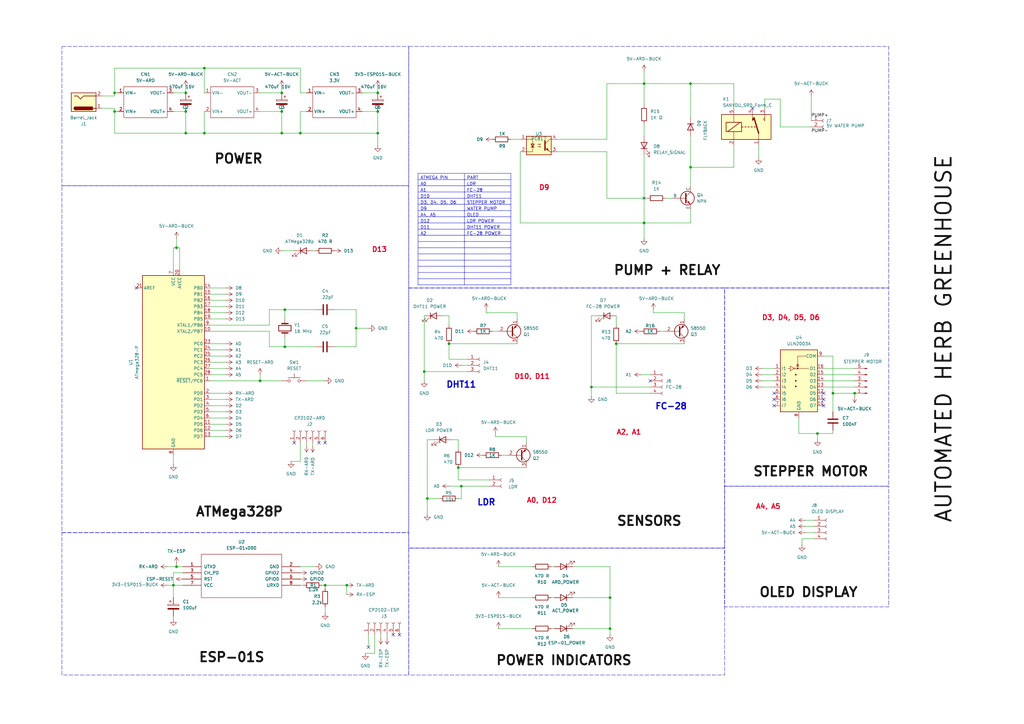
<source format=kicad_sch>
(kicad_sch (version 20250114) (generator "eeschema") (generator_version "9.0")
  (paper "A3")
  (lib_symbols
    (symbol "Connector:Barrel_Jack" (pin_names (offset 1.016))
      (property "Reference" "J" (at 0 5.334 0))
      (property "Value" "Barrel_Jack" (at 0 -5.08 0))
      (symbol "Barrel_Jack_1_1"
        (pin passive line (at 7.62 2.54 180) (length 2.54) (name "~") (number "1"))
        (pin passive line (at 7.62 -2.54 180) (length 2.54) (name "~") (number "2"))
      )
    )
    (symbol "Connector:Conn_01x02_Socket" (pin_names (offset 1.016) (hide yes))
      (property "Reference" "J" (at 0 2.54 0))
      (property "Value" "Conn_01x02_Socket" (at 0 -5.08 0))
      (symbol "Conn_01x02_Socket_1_1"
        (pin passive line (at -5.08 0 0) (length 3.81) (name "Pin_1") (number "1"))
        (pin passive line (at -5.08 -2.54 0) (length 3.81) (name "Pin_2") (number "2"))
      )
    )
    (symbol "Connector:Conn_01x03_Socket" (pin_names (offset 1.016) (hide yes))
      (property "Reference" "J" (at 0 5.08 0))
      (property "Value" "Conn_01x03_Socket" (at 0 -5.08 0))
      (symbol "Conn_01x03_Socket_1_1"
        (pin passive line (at -5.08 2.54 0) (length 3.81) (name "Pin_1") (number "1"))
        (pin passive line (at -5.08 0 0) (length 3.81) (name "Pin_2") (number "2"))
        (pin passive line (at -5.08 -2.54 0) (length 3.81) (name "Pin_3") (number "3"))
      )
    )
    (symbol "Connector:Conn_01x04_Socket" (pin_names (offset 1.016) (hide yes))
      (property "Reference" "J" (at 0 5.08 0))
      (property "Value" "Conn_01x04_Socket" (at 0 -7.62 0))
      (symbol "Conn_01x04_Socket_1_1"
        (pin passive line (at -5.08 2.54 0) (length 3.81) (name "Pin_1") (number "1"))
        (pin passive line (at -5.08 0 0) (length 3.81) (name "Pin_2") (number "2"))
        (pin passive line (at -5.08 -2.54 0) (length 3.81) (name "Pin_3") (number "3"))
        (pin passive line (at -5.08 -5.08 0) (length 3.81) (name "Pin_4") (number "4"))
      )
    )
    (symbol "Connector:Conn_01x05_Pin" (pin_names (offset 1.016) (hide yes))
      (property "Reference" "J" (at 0 7.62 0))
      (property "Value" "Conn_01x05_Pin" (at 0 -7.62 0))
      (symbol "Conn_01x05_Pin_1_1"
        (pin passive line (at 5.08 5.08 180) (length 3.81) (name "Pin_1") (number "1"))
        (pin passive line (at 5.08 2.54 180) (length 3.81) (name "Pin_2") (number "2"))
        (pin passive line (at 5.08 0 180) (length 3.81) (name "Pin_3") (number "3"))
        (pin passive line (at 5.08 -2.54 180) (length 3.81) (name "Pin_4") (number "4"))
        (pin passive line (at 5.08 -5.08 180) (length 3.81) (name "Pin_5") (number "5"))
      )
    )
    (symbol "Connector:Conn_01x06_Socket" (pin_names (offset 1.016) (hide yes))
      (property "Reference" "J" (at 0 7.62 0))
      (property "Value" "Conn_01x06_Socket" (at 0 -10.16 0))
      (symbol "Conn_01x06_Socket_1_1"
        (pin passive line (at -5.08 5.08 0) (length 3.81) (name "Pin_1") (number "1"))
        (pin passive line (at -5.08 2.54 0) (length 3.81) (name "Pin_2") (number "2"))
        (pin passive line (at -5.08 0 0) (length 3.81) (name "Pin_3") (number "3"))
        (pin passive line (at -5.08 -2.54 0) (length 3.81) (name "Pin_4") (number "4"))
        (pin passive line (at -5.08 -5.08 0) (length 3.81) (name "Pin_5") (number "5"))
        (pin passive line (at -5.08 -7.62 0) (length 3.81) (name "Pin_6") (number "6"))
      )
    )
    (symbol "Device:C" (pin_numbers (hide yes)) (pin_names (offset 0.254))
      (property "Reference" "C" (at 0.635 2.54 0))
      (property "Value" "C" (at 0.635 -2.54 0))
      (symbol "C_1_1"
        (pin passive line (at 0 3.81 270) (length 2.794) (name "~") (number "1"))
        (pin passive line (at 0 -3.81 90) (length 2.794) (name "~") (number "2"))
      )
    )
    (symbol "Device:C_Polarized" (pin_numbers (hide yes)) (pin_names (offset 0.254))
      (property "Reference" "C" (at 0.635 2.54 0))
      (property "Value" "C_Polarized" (at 0.635 -2.54 0))
      (symbol "C_Polarized_1_1"
        (pin passive line (at 0 3.81 270) (length 2.794) (name "~") (number "1"))
        (pin passive line (at 0 -3.81 90) (length 2.794) (name "~") (number "2"))
      )
    )
    (symbol "Device:Crystal" (pin_numbers (hide yes)) (pin_names (offset 1.016) (hide yes))
      (property "Reference" "Y" (at 0 3.81 0))
      (property "Value" "Crystal" (at 0 -3.81 0))
      (symbol "Crystal_1_1"
        (pin passive line (at -3.81 0 0) (length 1.27) (name "1") (number "1"))
        (pin passive line (at 3.81 0 180) (length 1.27) (name "2") (number "2"))
      )
    )
    (symbol "Device:D" (pin_numbers (hide yes)) (pin_names (offset 1.016) (hide yes))
      (property "Reference" "D" (at 0 2.54 0))
      (property "Value" "D" (at 0 -2.54 0))
      (symbol "D_1_1"
        (pin passive line (at -3.81 0 0) (length 2.54) (name "K") (number "1"))
        (pin passive line (at 3.81 0 180) (length 2.54) (name "A") (number "2"))
      )
    )
    (symbol "Device:LED" (pin_numbers (hide yes)) (pin_names (offset 1.016) (hide yes))
      (property "Reference" "D" (at 0 2.54 0))
      (property "Value" "LED" (at 0 -2.54 0))
      (symbol "LED_1_1"
        (pin passive line (at -3.81 0 0) (length 2.54) (name "K") (number "1"))
        (pin passive line (at 3.81 0 180) (length 2.54) (name "A") (number "2"))
      )
    )
    (symbol "Device:R" (pin_numbers (hide yes)) (pin_names (offset 0))
      (property "Reference" "R" (at 2.032 0 90))
      (property "Value" "R" (at 0 0 90))
      (symbol "R_1_1"
        (pin passive line (at 0 3.81 270) (length 1.27) (name "~") (number "1"))
        (pin passive line (at 0 -3.81 90) (length 1.27) (name "~") (number "2"))
      )
    )
    (symbol "ESP8266:ESP-01v090" (pin_names (offset 1.016))
      (property "Reference" "U" (at 0 -2.54 0))
      (property "Value" "ESP-01v090" (at 0 2.54 0))
      (symbol "ESP-01v090_1_1"
        (pin output line (at -24.13 3.81 0) (length 7.62) (name "UTXD") (number "1"))
        (pin input line (at -24.13 1.27 0) (length 7.62) (name "CH_PD") (number "3"))
        (pin input line (at -24.13 -1.27 0) (length 7.62) (name "RST") (number "5"))
        (pin power_in line (at -24.13 -3.81 0) (length 7.62) (name "VCC") (number "7"))
        (pin power_in line (at 24.13 3.81 180) (length 7.62) (name "GND") (number "2"))
        (pin tri_state line (at 24.13 1.27 180) (length 7.62) (name "GPIO2") (number "4"))
        (pin tri_state line (at 24.13 -1.27 180) (length 7.62) (name "GPIO0") (number "6"))
        (pin input line (at 24.13 -3.81 180) (length 7.62) (name "URXD") (number "8"))
      )
    )
    (symbol "Isolator:PC817" (pin_names (offset 1.016))
      (property "Reference" "U" (at -5.08 5.08 0))
      (property "Value" "PC817" (at 0 5.08 0))
      (symbol "PC817_1_1"
        (pin passive line (at -7.62 2.54 0) (length 2.54) (name "~") (number "1"))
        (pin passive line (at -7.62 -2.54 0) (length 2.54) (name "~") (number "2"))
        (pin passive line (at 7.62 2.54 180) (length 2.54) (name "~") (number "4"))
        (pin passive line (at 7.62 -2.54 180) (length 2.54) (name "~") (number "3"))
      )
    )
    (symbol "LED_1" (pin_numbers (hide yes)) (pin_names (offset 1.016) (hide yes))
      (property "Reference" "D" (at 0 2.54 0))
      (property "Value" "LED" (at 0 -2.54 0))
      (symbol "LED_1_1_1"
        (pin passive line (at -3.81 0 0) (length 2.54) (name "K") (number "1"))
        (pin passive line (at 3.81 0 180) (length 2.54) (name "A") (number "2"))
      )
    )
    (symbol "MCU_Microchip_ATmega:ATmega328-P"
      (property "Reference" "U" (at -12.7 36.83 0))
      (property "Value" "ATmega328-P" (at 2.54 -36.83 0))
      (symbol "ATmega328-P_1_1"
        (pin passive line (at -15.24 30.48 0) (length 2.54) (name "AREF") (number "21"))
        (pin power_in line (at 0 38.1 270) (length 2.54) (name "VCC") (number "7"))
        (pin passive line (at 0 -38.1 90) (length 2.54) (hide yes) (name "GND") (number "22"))
        (pin power_in line (at 0 -38.1 90) (length 2.54) (name "GND") (number "8"))
        (pin power_in line (at 2.54 38.1 270) (length 2.54) (name "AVCC") (number "20"))
        (pin bidirectional line (at 15.24 30.48 180) (length 2.54) (name "PB0") (number "14"))
        (pin bidirectional line (at 15.24 27.94 180) (length 2.54) (name "PB1") (number "15"))
        (pin bidirectional line (at 15.24 25.4 180) (length 2.54) (name "PB2") (number "16"))
        (pin bidirectional line (at 15.24 22.86 180) (length 2.54) (name "PB3") (number "17"))
        (pin bidirectional line (at 15.24 20.32 180) (length 2.54) (name "PB4") (number "18"))
        (pin bidirectional line (at 15.24 17.78 180) (length 2.54) (name "PB5") (number "19"))
        (pin bidirectional line (at 15.24 15.24 180) (length 2.54) (name "XTAL1/PB6") (number "9"))
        (pin bidirectional line (at 15.24 12.7 180) (length 2.54) (name "XTAL2/PB7") (number "10"))
        (pin bidirectional line (at 15.24 7.62 180) (length 2.54) (name "PC0") (number "23"))
        (pin bidirectional line (at 15.24 5.08 180) (length 2.54) (name "PC1") (number "24"))
        (pin bidirectional line (at 15.24 2.54 180) (length 2.54) (name "PC2") (number "25"))
        (pin bidirectional line (at 15.24 0 180) (length 2.54) (name "PC3") (number "26"))
        (pin bidirectional line (at 15.24 -2.54 180) (length 2.54) (name "PC4") (number "27"))
        (pin bidirectional line (at 15.24 -5.08 180) (length 2.54) (name "PC5") (number "28"))
        (pin bidirectional line (at 15.24 -7.62 180) (length 2.54) (name "~{RESET}/PC6") (number "1"))
        (pin bidirectional line (at 15.24 -12.7 180) (length 2.54) (name "PD0") (number "2"))
        (pin bidirectional line (at 15.24 -15.24 180) (length 2.54) (name "PD1") (number "3"))
        (pin bidirectional line (at 15.24 -17.78 180) (length 2.54) (name "PD2") (number "4"))
        (pin bidirectional line (at 15.24 -20.32 180) (length 2.54) (name "PD3") (number "5"))
        (pin bidirectional line (at 15.24 -22.86 180) (length 2.54) (name "PD4") (number "6"))
        (pin bidirectional line (at 15.24 -25.4 180) (length 2.54) (name "PD5") (number "11"))
        (pin bidirectional line (at 15.24 -27.94 180) (length 2.54) (name "PD6") (number "12"))
        (pin bidirectional line (at 15.24 -30.48 180) (length 2.54) (name "PD7") (number "13"))
      )
    )
    (symbol "Mini_Buck_DCDC:Mini_Buck"
      (property "Reference" "CN3903" (at 0.254 1.778 0))
      (symbol "Mini_Buck_1_1"
        (pin input line (at -11.43 3.81 0) (length 2.54) (name "VIN-") (number "1"))
        (pin input line (at -11.43 -3.81 0) (length 2.54) (name "VIN+") (number "2"))
        (pin output line (at 11.43 3.81 180) (length 2.54) (name "VOUT-") (number "3"))
        (pin output line (at 11.43 -3.81 180) (length 2.54) (name "VOUT+") (number "4"))
      )
    )
    (symbol "Relay:SANYOU_SRD_Form_C"
      (property "Reference" "K" (at 11.43 3.81 0))
      (property "Value" "SANYOU_SRD_Form_C" (at 11.43 1.27 0))
      (symbol "SANYOU_SRD_Form_C_1_1"
        (pin passive line (at -5.08 7.62 270) (length 2.54) (name "~") (number "5"))
        (pin passive line (at -5.08 -7.62 90) (length 2.54) (name "~") (number "2"))
        (pin passive line (at 2.54 7.62 270) (length 2.54) (name "~") (number "4"))
        (pin passive line (at 5.08 -7.62 90) (length 2.54) (name "~") (number "1"))
        (pin passive line (at 7.62 7.62 270) (length 2.54) (name "~") (number "3"))
      )
    )
    (symbol "Simulation_SPICE:NPN" (pin_numbers (hide yes)) (pin_names (offset 0))
      (property "Reference" "Q" (at -2.54 7.62 0))
      (property "Value" "NPN" (at -2.54 5.08 0))
      (symbol "NPN_1_1"
        (pin input line (at -5.08 0 0) (length 2.54) (name "B") (number "2"))
        (pin open_collector line (at 2.54 5.08 270) (length 2.54) (name "C") (number "1"))
        (pin open_emitter line (at 2.54 -5.08 90) (length 2.54) (name "E") (number "3"))
      )
    )
    (symbol "Switch:SW_Push" (pin_numbers (hide yes)) (pin_names (offset 1.016) (hide yes))
      (property "Reference" "SW" (at 1.27 2.54 0))
      (property "Value" "SW_Push" (at 0 -1.524 0))
      (symbol "SW_Push_0_1"
        (pin passive line (at -5.08 0 0) (length 2.54) (name "1") (number "1"))
        (pin passive line (at 5.08 0 180) (length 2.54) (name "2") (number "2"))
      )
    )
    (symbol "Transistor_Array:ULN2003A"
      (property "Reference" "U" (at 0 15.875 0))
      (property "Value" "ULN2003A" (at 0 13.97 0))
      (symbol "ULN2003A_1_1"
        (pin input line (at -10.16 5.08 0) (length 2.54) (name "I1") (number "1"))
        (pin input line (at -10.16 2.54 0) (length 2.54) (name "I2") (number "2"))
        (pin input line (at -10.16 0 0) (length 2.54) (name "I3") (number "3"))
        (pin input line (at -10.16 -2.54 0) (length 2.54) (name "I4") (number "4"))
        (pin input line (at -10.16 -5.08 0) (length 2.54) (name "I5") (number "5"))
        (pin input line (at -10.16 -7.62 0) (length 2.54) (name "I6") (number "6"))
        (pin input line (at -10.16 -10.16 0) (length 2.54) (name "I7") (number "7"))
        (pin power_in line (at 0 -15.24 90) (length 2.54) (name "GND") (number "8"))
        (pin passive line (at 10.16 10.16 180) (length 2.54) (name "COM") (number "9"))
        (pin open_collector line (at 10.16 5.08 180) (length 2.54) (name "O1") (number "16"))
        (pin open_collector line (at 10.16 2.54 180) (length 2.54) (name "O2") (number "15"))
        (pin open_collector line (at 10.16 0 180) (length 2.54) (name "O3") (number "14"))
        (pin open_collector line (at 10.16 -2.54 180) (length 2.54) (name "O4") (number "13"))
        (pin open_collector line (at 10.16 -5.08 180) (length 2.54) (name "O5") (number "12"))
        (pin open_collector line (at 10.16 -7.62 180) (length 2.54) (name "O6") (number "11"))
        (pin open_collector line (at 10.16 -10.16 180) (length 2.54) (name "O7") (number "10"))
      )
    )
    (symbol "Transistor_BJT:S8550" (pin_names (offset 0) (hide yes))
      (property "Reference" "Q" (at 5.08 1.905 0))
      (property "Value" "S8550" (at 5.08 0 0))
      (symbol "S8550_1_1"
        (pin input line (at -5.08 0 0) (length 2.54) (name "B") (number "2"))
        (pin passive line (at 2.54 5.08 270) (length 2.54) (name "C") (number "3"))
        (pin passive line (at 2.54 -5.08 90) (length 2.54) (name "E") (number "1"))
      )
    )
    (symbol "power:GND" (power) (pin_numbers (hide yes)) (pin_names (offset 0) (hide yes))
      (property "Value" "GND" (at 0 -3.81 0))
      (symbol "GND_1_1"
        (pin power_in line (at 0 0 270) (length 0) (name "~") (number "1"))
      )
    )
    (symbol "power:VCC" (power) (pin_numbers (hide yes)) (pin_names (offset 0) (hide yes))
      (property "Value" "VCC" (at 0 3.556 0))
      (symbol "VCC_1_1"
        (pin power_in line (at 0 0 90) (length 0) (name "~") (number "1"))
      )
    )
  )
  (rectangle (start 25.4 76.2) (end 167.64 218.44) (stroke (width 0) (type dash)))
  (rectangle (start 167.64 19.05) (end 364.49 118.11) (stroke (width 0) (type dash)))
  (rectangle (start 25.4 218.44) (end 167.64 276.86) (stroke (width 0) (type dash)))
  (rectangle (start 297.18 118.11) (end 364.49 199.39) (stroke (width 0) (type dash)))
  (rectangle (start 167.64 118.11) (end 297.18 224.79) (stroke (width 0) (type dash)))
  (rectangle (start 167.64 224.79) (end 297.18 276.86) (stroke (width 0) (type dash)))
  (rectangle (start 25.4 19.05) (end 167.64 76.2) (stroke (width 0) (type dash)))
  (rectangle (start 297.18 199.39) (end 364.49 248.92) (stroke (width 0) (type dash)))
  (junction (at 264.16 34.29))
  (junction (at 189.23 199.39))
  (junction (at 115.57 45.72))
  (junction (at 250.19 245.11))
  (junction (at 142.24 240.03))
  (junction (at 133.35 240.03))
  (junction (at 115.57 54.61))
  (junction (at 350.52 161.29))
  (junction (at 72.39 101.6))
  (junction (at 76.2 54.61))
  (junction (at 187.96 191.77))
  (junction (at 252.73 140.97))
  (junction (at 154.94 45.72))
  (junction (at 146.05 134.62))
  (junction (at 116.84 142.24))
  (junction (at 72.39 232.41))
  (junction (at 46.99 38.1))
  (junction (at 83.82 27.94))
  (junction (at 116.84 127))
  (junction (at 242.57 158.75))
  (junction (at 123.19 54.61))
  (junction (at 154.94 54.61))
  (junction (at 335.28 177.8))
  (junction (at 115.57 38.1))
  (junction (at 283.21 68.58))
  (junction (at 250.19 257.81))
  (junction (at 71.12 240.03))
  (junction (at 341.63 161.29))
  (junction (at 46.99 45.72))
  (junction (at 184.15 140.97))
  (junction (at 76.2 45.72))
  (junction (at 283.21 34.29))
  (junction (at 154.94 38.1))
  (junction (at 76.2 38.1))
  (junction (at 173.99 152.4))
  (junction (at 264.16 91.44))
  (junction (at 175.26 204.47))
  (junction (at 106.68 156.21))
  (junction (at 83.82 54.61))
  (no_connect (at 130.81 181.61))
  (no_connect (at 337.82 166.37))
  (no_connect (at 308.61 44.45))
  (no_connect (at 337.82 161.29))
  (no_connect (at 317.5 163.83))
  (no_connect (at 161.29 260.35))
  (no_connect (at 55.88 118.11))
  (no_connect (at 151.13 265.43))
  (no_connect (at 317.5 166.37))
  (no_connect (at 337.82 163.83))
  (no_connect (at 120.65 181.61))
  (no_connect (at 266.7 156.21))
  (no_connect (at 264.16 81.28))
  (no_connect (at 163.83 260.35))
  (no_connect (at 317.5 161.29))
  (no_connect (at 133.35 181.61))
  (wire (pts (xy 215.9 181.61) (xy 215.9 179.07)))
  (wire (pts (xy 215.9 191.77) (xy 187.96 191.77)))
  (wire (pts (xy 125.73 181.61) (xy 125.73 182.88)))
  (wire (pts (xy 212.09 128.27) (xy 199.39 128.27)))
  (wire (pts (xy 242.57 129.54) (xy 245.11 129.54)))
  (wire (pts (xy 86.36 133.35) (xy 110.49 133.35)))
  (wire (pts (xy 242.57 162.56) (xy 242.57 158.75)))
  (wire (pts (xy 123.19 45.72) (xy 125.73 45.72)))
  (wire (pts (xy 332.74 52.07) (xy 320.04 52.07)))
  (wire (pts (xy 327.66 177.8) (xy 335.28 177.8)))
  (wire (pts (xy 86.36 176.53) (xy 92.71 176.53)))
  (wire (pts (xy 146.05 142.24) (xy 146.05 134.62)))
  (wire (pts (xy 320.04 52.07) (xy 320.04 40.64)))
  (wire (pts (xy 184.15 129.54) (xy 184.15 133.35)))
  (wire (pts (xy 248.92 34.29) (xy 264.16 34.29)))
  (wire (pts (xy 116.84 127) (xy 129.54 127)))
  (wire (pts (xy 175.26 210.82) (xy 175.26 204.47)))
  (wire (pts (xy 215.9 179.07) (xy 203.2 179.07)))
  (wire (pts (xy 189.23 199.39) (xy 189.23 204.47)))
  (wire (pts (xy 76.2 45.72) (xy 76.2 44.45)))
  (wire (pts (xy 115.57 102.87) (xy 120.65 102.87)))
  (wire (pts (xy 123.19 189.23) (xy 119.38 189.23)))
  (wire (pts (xy 76.2 38.1) (xy 71.12 38.1)))
  (wire (pts (xy 312.42 153.67) (xy 317.5 153.67)))
  (wire (pts (xy 86.36 166.37) (xy 92.71 166.37)))
  (wire (pts (xy 327.66 171.45) (xy 327.66 177.8)))
  (wire (pts (xy 110.49 135.89) (xy 86.36 135.89)))
  (wire (pts (xy 266.7 161.29) (xy 252.73 161.29)))
  (wire (pts (xy 137.16 127) (xy 146.05 127)))
  (wire (pts (xy 350.52 162.56) (xy 350.52 161.29)))
  (wire (pts (xy 83.82 54.61) (xy 76.2 54.61)))
  (wire (pts (xy 227.33 232.41) (xy 226.06 232.41)))
  (wire (pts (xy 337.82 156.21) (xy 350.52 156.21)))
  (wire (pts (xy 123.19 45.72) (xy 123.19 54.61)))
  (wire (pts (xy 46.99 44.45) (xy 46.99 45.72)))
  (wire (pts (xy 133.35 248.92) (xy 133.35 251.46)))
  (wire (pts (xy 76.2 45.72) (xy 76.2 54.61)))
  (wire (pts (xy 189.23 149.86) (xy 191.77 149.86)))
  (wire (pts (xy 332.74 39.37) (xy 332.74 49.53)))
  (wire (pts (xy 184.15 147.32) (xy 191.77 147.32)))
  (wire (pts (xy 203.2 179.07) (xy 203.2 177.8)))
  (wire (pts (xy 142.24 240.03) (xy 133.35 240.03)))
  (wire (pts (xy 173.99 129.54) (xy 173.99 152.4)))
  (wire (pts (xy 154.94 45.72) (xy 154.94 54.61)))
  (wire (pts (xy 154.94 59.69) (xy 154.94 54.61)))
  (wire (pts (xy 71.12 234.95) (xy 74.93 234.95)))
  (wire (pts (xy 228.6 57.15) (xy 248.92 57.15)))
  (wire (pts (xy 116.84 127) (xy 116.84 130.81)))
  (wire (pts (xy 330.2 213.36) (xy 334.01 213.36)))
  (wire (pts (xy 154.94 38.1) (xy 148.59 38.1)))
  (wire (pts (xy 280.67 140.97) (xy 252.73 140.97)))
  (wire (pts (xy 248.92 57.15) (xy 248.92 34.29)))
  (wire (pts (xy 110.49 142.24) (xy 110.49 135.89)))
  (wire (pts (xy 234.95 245.11) (xy 250.19 245.11)))
  (wire (pts (xy 123.19 240.03) (xy 124.46 240.03)))
  (wire (pts (xy 86.36 163.83) (xy 92.71 163.83)))
  (wire (pts (xy 116.84 138.43) (xy 116.84 142.24)))
  (wire (pts (xy 209.55 57.15) (xy 213.36 57.15)))
  (wire (pts (xy 71.12 186.69) (xy 71.12 190.5)))
  (wire (pts (xy 250.19 260.35) (xy 250.19 257.81)))
  (wire (pts (xy 153.67 267.97) (xy 149.86 267.97)))
  (wire (pts (xy 328.93 223.52) (xy 328.93 220.98)))
  (wire (pts (xy 337.82 153.67) (xy 350.52 153.67)))
  (wire (pts (xy 46.99 27.94) (xy 46.99 38.1)))
  (wire (pts (xy 86.36 120.65) (xy 92.71 120.65)))
  (wire (pts (xy 312.42 151.13) (xy 317.5 151.13)))
  (wire (pts (xy 86.36 171.45) (xy 92.71 171.45)))
  (wire (pts (xy 83.82 54.61) (xy 115.57 54.61)))
  (wire (pts (xy 142.24 240.03) (xy 142.24 243.84)))
  (wire (pts (xy 123.19 54.61) (xy 154.94 54.61)))
  (wire (pts (xy 175.26 180.34) (xy 175.26 204.47)))
  (wire (pts (xy 201.93 135.89) (xy 204.47 135.89)))
  (wire (pts (xy 189.23 204.47) (xy 187.96 204.47)))
  (wire (pts (xy 86.36 128.27) (xy 92.71 128.27)))
  (wire (pts (xy 204.47 245.11) (xy 218.44 245.11)))
  (wire (pts (xy 73.66 110.49) (xy 73.66 101.6)))
  (wire (pts (xy 335.28 177.8) (xy 335.28 180.34)))
  (wire (pts (xy 110.49 127) (xy 116.84 127)))
  (wire (pts (xy 252.73 129.54) (xy 252.73 133.35)))
  (wire (pts (xy 264.16 63.5) (xy 264.16 91.44)))
  (wire (pts (xy 86.36 123.19) (xy 92.71 123.19)))
  (wire (pts (xy 137.16 142.24) (xy 146.05 142.24)))
  (wire (pts (xy 151.13 265.43) (xy 151.13 260.35)))
  (wire (pts (xy 71.12 234.95) (xy 71.12 240.03)))
  (wire (pts (xy 154.94 38.1) (xy 154.94 35.56)))
  (wire (pts (xy 283.21 34.29) (xy 300.99 34.29)))
  (wire (pts (xy 204.47 232.41) (xy 218.44 232.41)))
  (wire (pts (xy 86.36 161.29) (xy 92.71 161.29)))
  (wire (pts (xy 311.15 64.77) (xy 311.15 59.69)))
  (wire (pts (xy 86.36 146.05) (xy 92.71 146.05)))
  (wire (pts (xy 283.21 68.58) (xy 283.21 76.2)))
  (wire (pts (xy 264.16 50.8) (xy 264.16 55.88)))
  (wire (pts (xy 116.84 142.24) (xy 129.54 142.24)))
  (wire (pts (xy 341.63 161.29) (xy 350.52 161.29)))
  (wire (pts (xy 283.21 91.44) (xy 283.21 86.36)))
  (wire (pts (xy 86.36 173.99) (xy 92.71 173.99)))
  (wire (pts (xy 173.99 152.4) (xy 191.77 152.4)))
  (wire (pts (xy 73.66 101.6) (xy 72.39 101.6)))
  (wire (pts (xy 313.69 40.64) (xy 313.69 44.45)))
  (wire (pts (xy 41.91 39.37) (xy 46.99 39.37)))
  (wire (pts (xy 72.39 97.79) (xy 72.39 101.6)))
  (wire (pts (xy 153.67 260.35) (xy 153.67 267.97)))
  (wire (pts (xy 115.57 38.1) (xy 115.57 35.56)))
  (wire (pts (xy 337.82 146.05) (xy 341.63 146.05)))
  (wire (pts (xy 125.73 38.1) (xy 123.19 38.1)))
  (wire (pts (xy 86.36 118.11) (xy 92.71 118.11)))
  (wire (pts (xy 128.27 102.87) (xy 129.54 102.87)))
  (wire (pts (xy 270.51 135.89) (xy 273.05 135.89)))
  (wire (pts (xy 132.08 240.03) (xy 133.35 240.03)))
  (wire (pts (xy 115.57 45.72) (xy 115.57 54.61)))
  (wire (pts (xy 248.92 81.28) (xy 265.43 81.28)))
  (wire (pts (xy 234.95 232.41) (xy 250.19 232.41)))
  (wire (pts (xy 46.99 54.61) (xy 76.2 54.61)))
  (wire (pts (xy 252.73 161.29) (xy 252.73 140.97)))
  (wire (pts (xy 283.21 68.58) (xy 283.21 55.88)))
  (wire (pts (xy 300.99 59.69) (xy 300.99 68.58)))
  (wire (pts (xy 283.21 34.29) (xy 283.21 48.26)))
  (wire (pts (xy 267.97 128.27) (xy 267.97 127)))
  (wire (pts (xy 250.19 232.41) (xy 250.19 245.11)))
  (wire (pts (xy 68.58 240.03) (xy 71.12 240.03)))
  (wire (pts (xy 86.36 151.13) (xy 92.71 151.13)))
  (wire (pts (xy 187.96 191.77) (xy 187.96 196.85)))
  (wire (pts (xy 123.19 181.61) (xy 123.19 189.23)))
  (wire (pts (xy 86.36 140.97) (xy 92.71 140.97)))
  (wire (pts (xy 86.36 156.21) (xy 106.68 156.21)))
  (wire (pts (xy 250.19 257.81) (xy 234.95 257.81)))
  (wire (pts (xy 264.16 91.44) (xy 264.16 97.79)))
  (wire (pts (xy 86.36 148.59) (xy 92.71 148.59)))
  (wire (pts (xy 72.39 232.41) (xy 74.93 232.41)))
  (wire (pts (xy 106.68 45.72) (xy 115.57 45.72)))
  (wire (pts (xy 86.36 130.81) (xy 92.71 130.81)))
  (wire (pts (xy 76.2 45.72) (xy 71.12 45.72)))
  (wire (pts (xy 184.15 140.97) (xy 184.15 147.32)))
  (wire (pts (xy 68.58 232.41) (xy 72.39 232.41)))
  (wire (pts (xy 320.04 40.64) (xy 313.69 40.64)))
  (wire (pts (xy 300.99 44.45) (xy 300.99 34.29)))
  (wire (pts (xy 242.57 129.54) (xy 242.57 158.75)))
  (wire (pts (xy 125.73 156.21) (xy 133.35 156.21)))
  (wire (pts (xy 330.2 215.9) (xy 334.01 215.9)))
  (wire (pts (xy 158.75 260.35) (xy 158.75 261.62)))
  (wire (pts (xy 264.16 29.21) (xy 264.16 34.29)))
  (wire (pts (xy 248.92 62.23) (xy 248.92 81.28)))
  (wire (pts (xy 115.57 54.61) (xy 123.19 54.61)))
  (wire (pts (xy 86.36 125.73) (xy 92.71 125.73)))
  (wire (pts (xy 280.67 128.27) (xy 267.97 128.27)))
  (wire (pts (xy 46.99 45.72) (xy 46.99 54.61)))
  (wire (pts (xy 46.99 39.37) (xy 46.99 38.1)))
  (wire (pts (xy 146.05 127) (xy 146.05 134.62)))
  (wire (pts (xy 86.36 179.07) (xy 92.71 179.07)))
  (wire (pts (xy 173.99 156.21) (xy 173.99 152.4)))
  (wire (pts (xy 48.26 38.1) (xy 46.99 38.1)))
  (wire (pts (xy 76.2 35.56) (xy 76.2 38.1)))
  (wire (pts (xy 189.23 199.39) (xy 200.66 199.39)))
  (wire (pts (xy 199.39 128.27) (xy 199.39 127)))
  (wire (pts (xy 312.42 158.75) (xy 317.5 158.75)))
  (wire (pts (xy 227.33 245.11) (xy 226.06 245.11)))
  (wire (pts (xy 341.63 161.29) (xy 341.63 168.91)))
  (wire (pts (xy 248.92 62.23) (xy 228.6 62.23)))
  (wire (pts (xy 266.7 158.75) (xy 242.57 158.75)))
  (wire (pts (xy 341.63 146.05) (xy 341.63 161.29)))
  (wire (pts (xy 72.39 231.14) (xy 72.39 232.41)))
  (wire (pts (xy 106.68 156.21) (xy 115.57 156.21)))
  (wire (pts (xy 106.68 153.67) (xy 106.68 156.21)))
  (wire (pts (xy 185.42 180.34) (xy 187.96 180.34)))
  (wire (pts (xy 218.44 257.81) (xy 204.47 257.81)))
  (wire (pts (xy 106.68 38.1) (xy 115.57 38.1)))
  (wire (pts (xy 83.82 45.72) (xy 83.82 54.61)))
  (wire (pts (xy 71.12 254) (xy 71.12 252.73)))
  (wire (pts (xy 266.7 153.67) (xy 262.89 153.67)))
  (wire (pts (xy 212.09 140.97) (xy 184.15 140.97)))
  (wire (pts (xy 41.91 44.45) (xy 46.99 44.45)))
  (wire (pts (xy 86.36 168.91) (xy 92.71 168.91)))
  (wire (pts (xy 337.82 151.13) (xy 350.52 151.13)))
  (wire (pts (xy 227.33 257.81) (xy 226.06 257.81)))
  (wire (pts (xy 264.16 91.44) (xy 283.21 91.44)))
  (wire (pts (xy 181.61 129.54) (xy 184.15 129.54)))
  (wire (pts (xy 71.12 245.11) (xy 71.12 240.03)))
  (wire (pts (xy 110.49 133.35) (xy 110.49 127)))
  (wire (pts (xy 71.12 240.03) (xy 74.93 240.03)))
  (wire (pts (xy 330.2 218.44) (xy 334.01 218.44)))
  (wire (pts (xy 264.16 43.18) (xy 264.16 34.29)))
  (wire (pts (xy 335.28 177.8) (xy 341.63 177.8)))
  (wire (pts (xy 337.82 158.75) (xy 350.52 158.75)))
  (wire (pts (xy 83.82 27.94) (xy 46.99 27.94)))
  (wire (pts (xy 71.12 110.49) (xy 71.12 101.6)))
  (wire (pts (xy 83.82 38.1) (xy 83.82 27.94)))
  (wire (pts (xy 123.19 38.1) (xy 123.19 27.94)))
  (wire (pts (xy 148.59 45.72) (xy 154.94 45.72)))
  (wire (pts (xy 328.93 220.98) (xy 334.01 220.98)))
  (wire (pts (xy 71.12 101.6) (xy 72.39 101.6)))
  (wire (pts (xy 156.21 260.35) (xy 156.21 261.62)))
  (wire (pts (xy 312.42 156.21) (xy 317.5 156.21)))
  (wire (pts (xy 175.26 204.47) (xy 180.34 204.47)))
  (wire (pts (xy 184.15 199.39) (xy 189.23 199.39)))
  (wire (pts (xy 200.66 196.85) (xy 187.96 196.85)))
  (wire (pts (xy 187.96 180.34) (xy 187.96 184.15)))
  (wire (pts (xy 250.19 245.11) (xy 250.19 257.81)))
  (wire (pts (xy 280.67 130.81) (xy 280.67 128.27)))
  (wire (pts (xy 123.19 27.94) (xy 83.82 27.94)))
  (wire (pts (xy 133.35 241.3) (xy 133.35 240.03)))
  (wire (pts (xy 128.27 181.61) (xy 128.27 182.88)))
  (wire (pts (xy 123.19 232.41) (xy 129.54 232.41)))
  (wire (pts (xy 110.49 142.24) (xy 116.84 142.24)))
  (wire (pts (xy 283.21 68.58) (xy 300.99 68.58)))
  (wire (pts (xy 175.26 180.34) (xy 177.8 180.34)))
  (wire (pts (xy 264.16 34.29) (xy 283.21 34.29)))
  (wire (pts (xy 212.09 130.81) (xy 212.09 128.27)))
  (wire (pts (xy 86.36 143.51) (xy 92.71 143.51)))
  (wire (pts (xy 213.36 62.23) (xy 213.36 91.44)))
  (wire (pts (xy 86.36 153.67) (xy 92.71 153.67)))
  (wire (pts (xy 46.99 45.72) (xy 48.26 45.72)))
  (wire (pts (xy 146.05 134.62) (xy 151.13 134.62)))
  (wire (pts (xy 341.63 176.53) (xy 341.63 177.8)))
  (wire (pts (xy 213.36 91.44) (xy 264.16 91.44)))
  (wire (pts (xy 205.74 186.69) (xy 208.28 186.69)))
  (wire (pts (xy 273.05 81.28) (xy 275.59 81.28)))
  (table (column_count 2) (border (external yes) (header yes)) (separators (rows yes) (cols yes)) (column_widths 19.05 19.05) (row_heights 2.54 2.54 2.54 2.54 2.54 2.54 2.54 2.54 2.54 2.54 2.54 2.54 2.54 2.54 2.54 2.54 2.54 2.54) (cells (table_cell "ATMEGA PIN" (at 171.45 71.12 0) (size 19.05 2.54) (margins 0.9525 0.9525 0.9525 0.9525) (span 1 1)) (table_cell "PART" (at 190.5 71.12 0) (size 19.05 2.54) (margins 0.9525 0.9525 0.9525 0.9525) (span 1 1)) (table_cell "A0" (at 171.45 73.66 0) (size 19.05 2.54) (margins 0.9525 0.9525 0.9525 0.9525) (span 1 1)) (table_cell "LDR" (at 190.5 73.66 0) (size 19.05 2.54) (margins 0.9525 0.9525 0.9525 0.9525) (span 1 1)) (table_cell "A1" (at 171.45 76.2 0) (size 19.05 2.54) (margins 0.9525 0.9525 0.9525 0.9525) (span 1 1)) (table_cell "FC-28" (at 190.5 76.2 0) (size 19.05 2.54) (margins 0.9525 0.9525 0.9525 0.9525) (span 1 1)) (table_cell "D10" (at 171.45 78.74 0) (size 19.05 2.54) (margins 0.9525 0.9525 0.9525 0.9525) (span 1 1)) (table_cell "DHT11" (at 190.5 78.74 0) (size 19.05 2.54) (margins 0.9525 0.9525 0.9525 0.9525) (span 1 1)) (table_cell "D3, D4, D5, D6" (at 171.45 81.28 0) (size 19.05 2.54) (margins 0.9525 0.9525 0.9525 0.9525) (span 1 1)) (table_cell "STEPPER MOTOR" (at 190.5 81.28 0) (size 19.05 2.54) (margins 0.9525 0.9525 0.9525 0.9525) (span 1 1)) (table_cell "D9" (at 171.45 83.82 0) (size 19.05 2.54) (margins 0.9525 0.9525 0.9525 0.9525) (span 1 1)) (table_cell "WATER PUMP" (at 190.5 83.82 0) (size 19.05 2.54) (margins 0.9525 0.9525 0.9525 0.9525) (span 1 1)) (table_cell "A4, A5" (at 171.45 86.36 0) (size 19.05 2.54) (margins 0.9525 0.9525 0.9525 0.9525) (span 1 1)) (table_cell "OLED" (at 190.5 86.36 0) (size 19.05 2.54) (margins 0.9525 0.9525 0.9525 0.9525) (span 1 1)) (table_cell "D12" (at 171.45 88.9 0) (size 19.05 2.54) (margins 0.9525 0.9525 0.9525 0.9525) (span 1 1)) (table_cell "LDR POWER" (at 190.5 88.9 0) (size 19.05 2.54) (margins 0.9525 0.9525 0.9525 0.9525) (span 1 1)) (table_cell "D11" (at 171.45 91.44 0) (size 19.05 2.54) (margins 0.9525 0.9525 0.9525 0.9525) (span 1 1)) (table_cell "DHT11 POWER" (at 190.5 91.44 0) (size 19.05 2.54) (margins 0.9525 0.9525 0.9525 0.9525) (span 1 1)) (table_cell "A2" (at 171.45 93.98 0) (size 19.05 2.54) (margins 0.9525 0.9525 0.9525 0.9525) (span 1 1)) (table_cell "FC-28 POWER" (at 190.5 93.98 0) (size 19.05 2.54) (margins 0.9525 0.9525 0.9525 0.9525) (span 1 1)) (table_cell "" (at 171.45 96.52 0) (size 19.05 2.54) (margins 0.9525 0.9525 0.9525 0.9525) (span 1 1)) (table_cell "" (at 190.5 96.52 0) (size 19.05 2.54) (margins 0.9525 0.9525 0.9525 0.9525) (span 1 1)) (table_cell "" (at 171.45 99.06 0) (size 19.05 2.54) (margins 0.9525 0.9525 0.9525 0.9525) (span 1 1)) (table_cell "" (at 190.5 99.06 0) (size 19.05 2.54) (margins 0.9525 0.9525 0.9525 0.9525) (span 1 1)) (table_cell "" (at 171.45 101.6 0) (size 19.05 2.54) (margins 0.9525 0.9525 0.9525 0.9525) (span 1 1)) (table_cell "" (at 190.5 101.6 0) (size 19.05 2.54) (margins 0.9525 0.9525 0.9525 0.9525) (span 1 1)) (table_cell "" (at 171.45 104.14 0) (size 19.05 2.54) (margins 0.9525 0.9525 0.9525 0.9525) (span 1 1)) (table_cell "" (at 190.5 104.14 0) (size 19.05 2.54) (margins 0.9525 0.9525 0.9525 0.9525) (span 1 1)) (table_cell "" (at 171.45 106.68 0) (size 19.05 2.54) (margins 0.9525 0.9525 0.9525 0.9525) (span 1 1)) (table_cell "" (at 190.5 106.68 0) (size 19.05 2.54) (margins 0.9525 0.9525 0.9525 0.9525) (span 1 1)) (table_cell "" (at 171.45 109.22 0) (size 19.05 2.54) (margins 0.9525 0.9525 0.9525 0.9525) (span 1 1)) (table_cell "" (at 190.5 109.22 0) (size 19.05 2.54) (margins 0.9525 0.9525 0.9525 0.9525) (span 1 1)) (table_cell "" (at 171.45 111.76 0) (size 19.05 2.54) (margins 0.9525 0.9525 0.9525 0.9525) (span 1 1)) (table_cell "" (at 190.5 111.76 0) (size 19.05 2.54) (margins 0.9525 0.9525 0.9525 0.9525) (span 1 1)) (table_cell "" (at 171.45 114.3 0) (size 19.05 2.54) (margins 0.9525 0.9525 0.9525 0.9525) (span 1 1)) (table_cell "" (at 190.5 114.3 0) (size 19.05 2.54) (margins 0.9525 0.9525 0.9525 0.9525) (span 1 1))))
  (label "D3, D4, D5, D6" (at 312.42 132.08 0) (effects (font (size 2.032 2.032) (thickness 0.4064) (bold yes))))
  (label "D10, D11" (at 210.82 156.21 0) (effects (font (size 2.032 2.032) (thickness 0.4064) (bold yes))))
  (label "PUMP+" (at 332.74 48.26 0))
  (label "POWER" (at 87.63 68.58 0) (effects (font (size 3.81 3.81) (thickness 0.762) (bold yes))))
  (label "POWER INDICATORS" (at 203.2 274.32 0) (effects (font (size 3.81 3.81) (thickness 0.762) (bold yes))))
  (label "D13" (at 152.4 104.14 0) (effects (font (size 2.032 2.032) (thickness 0.4064) (bold yes))))
  (label "A0, D12" (at 215.9 207.01 0) (effects (font (size 2.032 2.032) (thickness 0.4064) (bold yes))))
  (label "OLED DISPLAY" (at 311.15 246.38 0) (effects (font (size 3.81 3.81) (thickness 0.762) (bold yes))))
  (label "ESP-01S" (at 81.28 273.05 0) (effects (font (size 3.81 3.81) (thickness 0.762) (bold yes))))
  (label "A4, A5" (at 309.88 209.55 0) (effects (font (size 2.032 2.032) (thickness 0.4064) (bold yes))))
  (label "STEPPER MOTOR" (at 308.61 196.85 0) (effects (font (size 3.81 3.81) (thickness 0.762) (bold yes))))
  (label "SENSORS" (at 252.73 217.17 0) (effects (font (size 3.81 3.81) (thickness 0.762) (bold yes))))
  (label "FC-28" (at 281.94 168.91 180) (effects (font (size 2.54 2.54) (thickness 0.508) (bold yes))))
  (label "PUMP-" (at 332.74 54.61 0))
  (label "ATMega328P" (at 80.01 213.36 0) (effects (font (size 3.81 3.81) (thickness 0.762) (bold yes))))
  (label "LDR" (at 195.58 208.28 0) (effects (font (size 2.54 2.54) (thickness 0.508) (bold yes))))
  (label "A2, A1" (at 252.73 179.07 0) (effects (font (size 2.032 2.032) (thickness 0.4064) (bold yes))))
  (label "AUTOMATED HERB GREENHOUSE" (at 392.43 214.63 90) (effects (font (size 6.35 6.35) (thickness 0.762) (bold yes))))
  (label "PUMP + RELAY" (at 251.46 114.3 0) (effects (font (size 3.81 3.81) (thickness 0.762) (bold yes))))
  (label "D9" (at 220.98 78.74 0) (effects (font (size 2.032 2.032) (thickness 0.4064) (bold yes))))
  (label "DHT11" (at 182.88 160.02 0) (effects (font (size 2.54 2.54) (thickness 0.508) (bold yes))))
  (symbol (lib_id "Device:R") (at 128.27 240.03 90) (unit 1)
    (property "Reference" "R1" (at 128.524 240.03 90))
    (property "Value" "1.2k" (at 128.524 241.808 90))
    (property "Footprint" "Resistor_THT:R_Axial_DIN0207_L6.3mm_D2.5mm_P7.62mm_Horizontal" (effects (hide yes)))
    (property "Description" "Resistor" (effects (hide yes)))
  )
  (symbol (lib_id "power:VCC") (at 92.71 123.19 270) (unit 1)
    (property "Reference" "#PWR011" (effects (hide yes)))
    (property "Value" "D10" (at 96.52 123.1899 90) (effects (justify left)))
    (property "Description" "Power symbol creates a global label with name \"VCC\"" (effects (hide yes)))
  )
  (symbol (lib_id "Device:R") (at 133.35 102.87 90) (unit 1)
    (property "Reference" "R2" (at 133.35 96.52 90))
    (property "Value" "470 R" (at 133.35 99.06 90))
    (property "Footprint" "Resistor_THT:R_Axial_DIN0207_L6.3mm_D2.5mm_P7.62mm_Horizontal" (effects (hide yes)))
    (property "Description" "Resistor" (effects (hide yes)))
  )
  (symbol (lib_id "Switch:SW_Push") (at 120.65 156.21 0) (unit 1)
    (property "Reference" "SW1" (at 120.65 148.59 0))
    (property "Value" "RESET" (at 120.65 151.13 0))
    (property "Footprint" "Button_Switch_THT:SW_PUSH_6mm" (effects (hide yes)))
    (property "Description" "Push button switch, generic, two pins" (effects (hide yes)))
  )
  (symbol (lib_id "Connector:Conn_01x05_Pin") (at 355.6 156.21 180) (unit 1)
    (property "Reference" "J9" (at 355.346 145.542 0))
    (property "Value" "STEPPER MOTOR" (at 353.822 148.336 0))
    (property "Footprint" "Connector_JST:JST_EH_B5B-EH-A_1x05_P2.50mm_Vertical" (effects (hide yes)))
    (property "Description" "Generic connector, single row, 01x05, script generated" (effects (hide yes)))
  )
  (symbol (lib_id "power:GND") (at 328.93 223.52 0) (unit 1)
    (property "Reference" "#PWR073" (effects (hide yes)))
    (property "Value" "GND" (at 328.93 228.6 0))
    (property "Description" "Power symbol creates a global label with name \"GND\" , ground" (effects (hide yes)))
  )
  (symbol (lib_id "power:VCC") (at 123.19 234.95 270) (unit 1)
    (property "Reference" "#PWR033" (effects (hide yes)))
    (property "Value" "GPIO2" (at 127 234.9499 90) (effects (justify left)))
    (property "Description" "Power symbol creates a global label with name \"VCC\"" (effects (hide yes)))
  )
  (symbol (lib_id "power:VCC") (at 128.27 182.88 180) (unit 1)
    (property "Reference" "#PWR036" (effects (hide yes)))
    (property "Value" "TX-ARD" (at 128.27 191.262 90))
    (property "Description" "Power symbol creates a global label with name \"VCC\"" (effects (hide yes)))
  )
  (symbol (lib_id "power:VCC") (at 204.47 232.41 0) (unit 1)
    (property "Reference" "#PWR058" (effects (hide yes)))
    (property "Value" "5V-ARD-BUCK" (at 204.47 227.33 0))
    (property "Description" "Power symbol creates a global label with name \"VCC\"" (effects (hide yes)))
  )
  (symbol (lib_id "power:VCC") (at 264.16 29.21 0) (unit 1)
    (property "Reference" "#PWR065" (effects (hide yes)))
    (property "Value" "5V-ARD-BUCK" (at 264.16 24.13 0))
    (property "Description" "Power symbol creates a global label with name \"VCC\"" (effects (hide yes)))
  )
  (symbol (lib_id "power:VCC") (at 92.71 120.65 270) (unit 1)
    (property "Reference" "#PWR010" (effects (hide yes)))
    (property "Value" "D9" (at 96.52 120.6499 90) (effects (justify left)))
    (property "Description" "Power symbol creates a global label with name \"VCC\"" (effects (hide yes)))
  )
  (symbol (lib_id "Mini_Buck_DCDC:Mini_Buck") (at 137.16 41.91 0) (unit 1)
    (property "Reference" "CN3" (at 137.16 30.48 0))
    (property "Value" "3.3V" (at 137.16 33.02 0))
    (property "Footprint" "Mini_Buck_DCDC:Mini_Buck_DCDC" (effects (hide yes)))
  )
  (symbol (lib_id "Simulation_SPICE:NPN") (at 280.67 81.28 0) (unit 1)
    (property "Reference" "Q4" (at 285.75 80.0099 0) (effects (justify left)))
    (property "Value" "NPN" (at 285.75 82.5499 0) (effects (justify left)))
    (property "Footprint" "Package_TO_SOT_THT:TO-92_Inline_Wide" (effects (hide yes)))
    (property "Datasheet" "https://ngspice.sourceforge.io/docs/ngspice-html-manual/manual.xhtml#cha_BJTs" (effects (hide yes)))
    (property "Description" "Bipolar transistor symbol for simulation only, substrate tied to the emitter" (effects (hide yes)))
    (property "Sim.Device" "NPN" (effects (hide yes)))
    (property "Sim.Type" "GUMMELPOON" (effects (hide yes)))
    (property "Sim.Pins" "1=C 2=B 3=E" (effects (hide yes)))
  )
  (symbol (lib_id "Connector:Conn_01x03_Socket") (at 196.85 149.86 0) (unit 1)
    (property "Reference" "J4" (at 198.12 148.5899 0) (effects (justify left)))
    (property "Value" "DHT11" (at 198.12 151.1299 0) (effects (justify left)))
    (property "Footprint" "Connector_JST:JST_EH_B3B-EH-A_1x03_P2.50mm_Vertical" (effects (hide yes)))
    (property "Description" "Generic connector, single row, 01x03, script generated" (effects (hide yes)))
  )
  (symbol (lib_id "power:VCC") (at 156.21 261.62 180) (unit 1)
    (property "Reference" "#PWR047" (effects (hide yes)))
    (property "Value" "RX-ESP" (at 156.21 270.002 90))
    (property "Description" "Power symbol creates a global label with name \"VCC\"" (effects (hide yes)))
  )
  (symbol (lib_id "Isolator:PC817") (at 220.98 59.69 0) (unit 1)
    (property "Reference" "U3" (at 220.98 54.864 0))
    (property "Value" "PC817" (at 220.98 56.896 0))
    (property "Footprint" "Package_DIP:DIP-4_W7.62mm" (effects (hide yes)))
    (property "Datasheet" "http://www.soselectronic.cz/a_info/resource/d/pc817.pdf" (effects (hide yes)))
    (property "Description" "DC Optocoupler, Vce 35V, CTR 50-300%, DIP-4" (effects (hide yes)))
  )
  (symbol (lib_id "Device:C_Polarized") (at 76.2 41.91 0) (mirror y) (unit 1)
    (property "Reference" "C2" (at 77.47 43.942 0) (effects (justify left)))
    (property "Value" "470uF 16V" (at 79.756 35.56 0) (effects (justify left)))
    (property "Footprint" "Capacitor_THT:CP_Radial_D6.3mm_P2.50mm" (effects (hide yes)))
    (property "Description" "Polarized capacitor" (effects (hide yes)))
  )
  (symbol (lib_id "Device:LED") (at 124.46 102.87 0) (unit 1)
    (property "Reference" "D1" (at 122.8725 96.52 0))
    (property "Value" "ATMega328p" (at 122.8725 99.06 0))
    (property "Footprint" "LED_THT:LED_D3.0mm" (effects (hide yes)))
    (property "Description" "Light emitting diode" (effects (hide yes)))
  )
  (symbol (lib_id "power:GND") (at 173.99 156.21 0) (unit 1)
    (property "Reference" "#PWR049" (effects (hide yes)))
    (property "Value" "GND" (at 173.99 161.29 0))
    (property "Description" "Power symbol creates a global label with name \"GND\" , ground" (effects (hide yes)))
  )
  (symbol (lib_id "Device:R") (at 269.24 81.28 90) (unit 1)
    (property "Reference" "R14" (at 269.24 74.93 90))
    (property "Value" "1K" (at 269.24 77.47 90))
    (property "Footprint" "Resistor_THT:R_Axial_DIN0207_L6.3mm_D2.5mm_P7.62mm_Horizontal" (effects (hide yes)))
    (property "Description" "Resistor" (effects (hide yes)))
  )
  (symbol (lib_id "power:GND") (at 129.54 232.41 90) (unit 1)
    (property "Reference" "#PWR037" (effects (hide yes)))
    (property "Value" "GND" (at 133.35 232.4099 90) (effects (justify right)))
    (property "Description" "Power symbol creates a global label with name \"GND\" , ground" (effects (hide yes)))
  )
  (symbol (lib_id "Mini_Buck_DCDC:Mini_Buck") (at 95.25 41.91 0) (unit 1)
    (property "Reference" "CN2" (at 95.25 30.48 0))
    (property "Value" "5V-ACT" (at 95.25 33.02 0))
    (property "Footprint" "Mini_Buck_DCDC:Mini_Buck_DCDC" (effects (hide yes)))
  )
  (symbol (lib_id "power:VCC") (at 92.71 173.99 270) (unit 1)
    (property "Reference" "#PWR026" (effects (hide yes)))
    (property "Value" "D5" (at 96.52 173.9899 90) (effects (justify left)))
    (property "Description" "Power symbol creates a global label with name \"VCC\"" (effects (hide yes)))
  )
  (symbol (lib_id "power:GND") (at 71.12 254 0) (unit 1)
    (property "Reference" "#PWR04" (effects (hide yes)))
    (property "Value" "GND" (at 71.12 259.08 0))
    (property "Description" "Power symbol creates a global label with name \"GND\" , ground" (effects (hide yes)))
  )
  (symbol (lib_id "power:VCC") (at 115.57 35.56 0) (unit 1)
    (property "Reference" "#PWR030" (effects (hide yes)))
    (property "Value" "5V-ACT-BUCK" (at 115.57 30.48 0))
    (property "Description" "Power symbol creates a global label with name \"VCC\"" (effects (hide yes)))
  )
  (symbol (lib_id "power:GND") (at 115.57 102.87 270) (unit 1)
    (property "Reference" "#PWR031" (effects (hide yes)))
    (property "Value" "GND" (at 111.76 102.8699 90) (effects (justify right)))
    (property "Description" "Power symbol creates a global label with name \"GND\" , ground" (effects (hide yes)))
  )
  (symbol (lib_id "power:VCC") (at 92.71 143.51 270) (unit 1)
    (property "Reference" "#PWR016" (effects (hide yes)))
    (property "Value" "A1" (at 96.52 143.5099 90) (effects (justify left)))
    (property "Description" "Power symbol creates a global label with name \"VCC\"" (effects (hide yes)))
  )
  (symbol (lib_id "power:GND") (at 154.94 59.69 0) (mirror y) (unit 1)
    (property "Reference" "#PWR046" (effects (hide yes)))
    (property "Value" "GND" (at 154.94 64.77 0))
    (property "Description" "Power symbol creates a global label with name \"GND\" , ground" (effects (hide yes)))
  )
  (symbol (lib_id "Device:R") (at 198.12 135.89 90) (unit 1)
    (property "Reference" "R7" (at 198.12 133.604 90))
    (property "Value" "1K" (at 198.12 135.89 90))
    (property "Footprint" "Resistor_THT:R_Axial_DIN0207_L6.3mm_D2.5mm_P7.62mm_Horizontal" (effects (hide yes)))
    (property "Description" "Resistor" (effects (hide yes)))
  )
  (symbol (lib_id "power:VCC") (at 125.73 182.88 180) (unit 1)
    (property "Reference" "#PWR035" (effects (hide yes)))
    (property "Value" "RX-ARD" (at 125.73 191.262 90))
    (property "Description" "Power symbol creates a global label with name \"VCC\"" (effects (hide yes)))
  )
  (symbol (lib_id "power:VCC") (at 201.93 57.15 90) (mirror x) (unit 1)
    (property "Reference" "#PWR056" (effects (hide yes)))
    (property "Value" "D9" (at 198.12 57.1499 90) (effects (justify left)))
    (property "Description" "Power symbol creates a global label with name \"VCC\"" (effects (hide yes)))
  )
  (symbol (lib_id "power:GND") (at 335.28 180.34 0) (unit 1)
    (property "Reference" "#PWR078" (effects (hide yes)))
    (property "Value" "GND" (at 335.28 185.42 0))
    (property "Description" "Power symbol creates a global label with name \"GND\" , ground" (effects (hide yes)))
  )
  (symbol (lib_id "power:VCC") (at 330.2 213.36 90) (mirror x) (unit 1)
    (property "Reference" "#PWR074" (effects (hide yes)))
    (property "Value" "A4" (at 326.39 213.3599 90) (effects (justify left)))
    (property "Description" "Power symbol creates a global label with name \"VCC\"" (effects (hide yes)))
  )
  (symbol (lib_id "Device:LED") (at 231.14 232.41 180) (unit 1)
    (property "Reference" "D4" (at 231.902 236.22 0))
    (property "Value" "ARD_POWER" (at 231.902 238.76 0))
    (property "Footprint" "LED_THT:LED_D3.0mm" (effects (hide yes)))
    (property "Description" "Light emitting diode" (effects (hide yes)))
  )
  (symbol (lib_id "Connector:Conn_01x06_Socket") (at 125.73 176.53 90) (unit 1)
    (property "Reference" "J2" (at 127 173.99 90))
    (property "Value" "CP2102-ARD" (at 127 171.45 90))
    (property "Footprint" "Connector_PinSocket_2.54mm:PinSocket_1x06_P2.54mm_Vertical" (effects (hide yes)))
    (property "Description" "Generic connector, single row, 01x06, script generated" (effects (hide yes)))
  )
  (symbol (lib_id "Device:C") (at 133.35 142.24 90) (unit 1)
    (property "Reference" "C5" (at 134.62 133.858 90) (effects (justify left)))
    (property "Value" "22pF" (at 135.89 136.3981 90) (effects (justify left)))
    (property "Footprint" "Capacitor_THT:C_Disc_D4.3mm_W1.9mm_P5.00mm" (effects (hide yes)))
    (property "Description" "Unpolarized capacitor" (effects (hide yes)))
  )
  (symbol (lib_id "power:VCC") (at 312.42 156.21 90) (mirror x) (unit 1)
    (property "Reference" "#PWR071" (effects (hide yes)))
    (property "Value" "D5" (at 308.61 156.2099 90) (effects (justify left)))
    (property "Description" "Power symbol creates a global label with name \"VCC\"" (effects (hide yes)))
  )
  (symbol (lib_id "power:VCC") (at 312.42 153.67 90) (mirror x) (unit 1)
    (property "Reference" "#PWR070" (effects (hide yes)))
    (property "Value" "D4" (at 308.61 153.6699 90) (effects (justify left)))
    (property "Description" "Power symbol creates a global label with name \"VCC\"" (effects (hide yes)))
  )
  (symbol (lib_id "ESP8266:ESP-01v090") (at 99.06 236.22 0) (unit 1)
    (property "Reference" "U2" (at 99.06 222.25 0))
    (property "Value" "ESP-01v090" (at 99.06 224.79 0))
    (property "Footprint" "ESP8266:ESP-01" (effects (hide yes)))
    (property "Datasheet" "http://l0l.org.uk/2014/12/esp8266-modules-hardware-guide-gotta-catch-em-all/" (effects (hide yes)))
    (property "Description" "ESP8266 ESP-01 module, v090" (effects (hide yes)))
  )
  (symbol (lib_id "Device:C_Polarized") (at 154.94 41.91 0) (mirror y) (unit 1)
    (property "Reference" "C6" (at 156.21 43.942 0) (effects (justify left)))
    (property "Value" "470uF 16V" (at 158.496 35.56 0) (effects (justify left)))
    (property "Footprint" "Capacitor_THT:CP_Radial_D6.3mm_P2.50mm" (effects (hide yes)))
    (property "Description" "Polarized capacitor" (effects (hide yes)))
  )
  (symbol (lib_id "Transistor_Array:ULN2003A") (at 327.66 156.21 0) (unit 1)
    (property "Reference" "U4" (at 327.66 138.43 0))
    (property "Value" "ULN2003A" (at 327.66 140.97 0))
    (property "Footprint" "Package_DIP:DIP-16_W7.62mm_LongPads" (effects (hide yes)))
    (property "Datasheet" "http://www.ti.com/lit/ds/symlink/uln2003a.pdf" (effects (hide yes)))
    (property "Description" "High Voltage, High Current Darlington Transistor Arrays, SOIC16/SOIC16W/DIP16/TSSOP16" (effects (hide yes)))
  )
  (symbol (lib_id "Device:C_Polarized") (at 115.57 41.91 0) (mirror y) (unit 1)
    (property "Reference" "C3" (at 116.84 43.942 0) (effects (justify left)))
    (property "Value" "470uF 16V" (at 119.126 35.56 0) (effects (justify left)))
    (property "Footprint" "Capacitor_THT:CP_Radial_D6.3mm_P2.50mm" (effects (hide yes)))
    (property "Description" "Polarized capacitor" (effects (hide yes)))
  )
  (symbol (lib_id "power:GND") (at 149.86 267.97 0) (unit 1)
    (property "Reference" "#PWR043" (effects (hide yes)))
    (property "Value" "GND" (at 149.86 273.05 0))
    (property "Description" "Power symbol creates a global label with name \"GND\" , ground" (effects (hide yes)))
  )
  (symbol (lib_id "Device:R") (at 201.93 186.69 90) (unit 1)
    (property "Reference" "R8" (at 201.93 184.404 90))
    (property "Value" "1K" (at 201.93 186.69 90))
    (property "Footprint" "Resistor_THT:R_Axial_DIN0207_L6.3mm_D2.5mm_P7.62mm_Horizontal" (effects (hide yes)))
    (property "Description" "Resistor" (effects (hide yes)))
  )
  (symbol (lib_id "power:VCC") (at 198.12 186.69 90) (mirror x) (unit 1)
    (property "Reference" "#PWR054" (effects (hide yes)))
    (property "Value" "D12" (at 194.31 186.6899 90) (effects (justify left)))
    (property "Description" "Power symbol creates a global label with name \"VCC\"" (effects (hide yes)))
  )
  (symbol (lib_id "power:VCC") (at 142.24 240.03 270) (unit 1)
    (property "Reference" "#PWR041" (effects (hide yes)))
    (property "Value" "TX-ARD" (at 146.05 240.0299 90) (effects (justify left)))
    (property "Description" "Power symbol creates a global label with name \"VCC\"" (effects (hide yes)))
  )
  (symbol (lib_id "power:VCC") (at 92.71 148.59 270) (unit 1)
    (property "Reference" "#PWR018" (effects (hide yes)))
    (property "Value" "A3" (at 96.52 148.5899 90) (effects (justify left)))
    (property "Description" "Power symbol creates a global label with name \"VCC\"" (effects (hide yes)))
  )
  (symbol (lib_id "power:VCC") (at 92.71 153.67 270) (unit 1)
    (property "Reference" "#PWR020" (effects (hide yes)))
    (property "Value" "A5" (at 96.52 153.6699 90) (effects (justify left)))
    (property "Description" "Power symbol creates a global label with name \"VCC\"" (effects (hide yes)))
  )
  (symbol (lib_id "power:VCC") (at 154.94 35.56 0) (unit 1)
    (property "Reference" "#PWR045" (effects (hide yes)))
    (property "Value" "3V3-ESP01S-BUCK" (at 154.94 30.48 0))
    (property "Description" "Power symbol creates a global label with name \"VCC\"" (effects (hide yes)))
  )
  (symbol (lib_id "power:VCC") (at 267.97 127 0) (unit 1)
    (property "Reference" "#PWR067" (effects (hide yes)))
    (property "Value" "5V-ARD-BUCK" (at 269.24 122.428 0))
    (property "Description" "Power symbol creates a global label with name \"VCC\"" (effects (hide yes)))
  )
  (symbol (lib_id "power:VCC") (at 74.93 237.49 90) (unit 1)
    (property "Reference" "#PWR07" (effects (hide yes)))
    (property "Value" "ESP-RESET" (at 71.12 237.4899 90) (effects (justify left)))
    (property "Description" "Power symbol creates a global label with name \"VCC\"" (effects (hide yes)))
  )
  (symbol (lib_id "power:GND") (at 175.26 210.82 0) (unit 1)
    (property "Reference" "#PWR050" (effects (hide yes)))
    (property "Value" "GND" (at 177.8 212.0899 0) (effects (justify left)))
    (property "Description" "Power symbol creates a global label with name \"GND\" , ground" (effects (hide yes)))
  )
  (symbol (lib_id "Device:LED") (at 231.14 245.11 180) (unit 1)
    (property "Reference" "D5" (at 231.394 248.158 0))
    (property "Value" "ACT_POWER" (at 231.902 250.444 0))
    (property "Footprint" "LED_THT:LED_D3.0mm" (effects (hide yes)))
    (property "Description" "Light emitting diode" (effects (hide yes)))
  )
  (symbol (lib_name "LED_1") (lib_id "Device:LED") (at 181.61 180.34 0) (unit 1)
    (property "Reference" "D3" (at 180.0225 173.99 0))
    (property "Value" "LDR POWER" (at 180.0225 176.53 0))
    (property "Footprint" "LED_THT:LED_D3.0mm" (effects (hide yes)))
    (property "Description" "Light emitting diode" (effects (hide yes)))
    (property "Sim.Pins" "1=K 2=A" (effects (hide yes)))
  )
  (symbol (lib_id "Connector:Conn_01x02_Socket") (at 337.82 49.53 0) (unit 1)
    (property "Reference" "J7" (at 341.122 49.53 0) (effects (justify right)))
    (property "Value" "5V WATER PUMP" (at 354.584 51.562 0) (effects (justify right)))
    (property "Footprint" "Connector_JST:JST_EH_B2B-EH-A_1x02_P2.50mm_Vertical" (effects (hide yes)))
    (property "Description" "Generic connector, single row, 01x02, script generated" (effects (hide yes)))
  )
  (symbol (lib_id "power:VCC") (at 106.68 153.67 0) (unit 1)
    (property "Reference" "#PWR029" (effects (hide yes)))
    (property "Value" "RESET-ARD" (at 106.68 148.59 0))
    (property "Description" "Power symbol creates a global label with name \"VCC\"" (effects (hide yes)))
  )
  (symbol (lib_id "power:VCC") (at 92.71 125.73 270) (unit 1)
    (property "Reference" "#PWR012" (effects (hide yes)))
    (property "Value" "D11" (at 96.52 125.7299 90) (effects (justify left)))
    (property "Description" "Power symbol creates a global label with name \"VCC\"" (effects (hide yes)))
  )
  (symbol (lib_id "power:VCC") (at 92.71 179.07 270) (unit 1)
    (property "Reference" "#PWR028" (effects (hide yes)))
    (property "Value" "D7" (at 96.52 179.0699 90) (effects (justify left)))
    (property "Description" "Power symbol creates a global label with name \"VCC\"" (effects (hide yes)))
  )
  (symbol (lib_id "power:VCC") (at 68.58 240.03 90) (unit 1)
    (property "Reference" "#PWR02" (effects (hide yes)))
    (property "Value" "3V3-ESP01S-BUCK" (at 55.372 239.776 90))
    (property "Description" "Power symbol creates a global label with name \"VCC\"" (effects (hide yes)))
  )
  (symbol (lib_id "power:VCC") (at 312.42 158.75 90) (mirror x) (unit 1)
    (property "Reference" "#PWR072" (effects (hide yes)))
    (property "Value" "D6" (at 308.61 158.7499 90) (effects (justify left)))
    (property "Description" "Power symbol creates a global label with name \"VCC\"" (effects (hide yes)))
  )
  (symbol (lib_id "power:VCC") (at 92.71 168.91 270) (unit 1)
    (property "Reference" "#PWR024" (effects (hide yes)))
    (property "Value" "D3" (at 96.52 168.9099 90) (effects (justify left)))
    (property "Description" "Power symbol creates a global label with name \"VCC\"" (effects (hide yes)))
  )
  (symbol (lib_id "power:VCC") (at 92.71 161.29 270) (unit 1)
    (property "Reference" "#PWR021" (effects (hide yes)))
    (property "Value" "RX-ARD" (at 96.52 161.2899 90) (effects (justify left)))
    (property "Description" "Power symbol creates a global label with name \"VCC\"" (effects (hide yes)))
  )
  (symbol (lib_id "power:VCC") (at 194.31 135.89 90) (mirror x) (unit 1)
    (property "Reference" "#PWR053" (effects (hide yes)))
    (property "Value" "D11" (at 190.5 135.8899 90) (effects (justify left)))
    (property "Description" "Power symbol creates a global label with name \"VCC\"" (effects (hide yes)))
  )
  (symbol (lib_id "Transistor_BJT:S8550") (at 209.55 135.89 0) (mirror x) (unit 1)
    (property "Reference" "Q1" (at 214.63 137.1601 0) (effects (justify left)))
    (property "Value" "S8550" (at 214.63 134.6201 0) (effects (justify left)))
    (property "Footprint" "Package_TO_SOT_THT:TO-92_Inline" (effects (hide yes)))
    (property "Datasheet" "http://www.unisonic.com.tw/datasheet/S8550.pdf" (effects (hide yes)))
    (property "Description" "0.7A Ic, 20V Vce, Low Voltage High Current PNP Transistor, TO-92" (effects (hide yes)))
  )
  (symbol (lib_id "Device:C_Polarized") (at 71.12 248.92 0) (unit 1)
    (property "Reference" "C1" (at 74.93 246.7609 0) (effects (justify left)))
    (property "Value" "100uF" (at 74.93 249.3009 0) (effects (justify left)))
    (property "Footprint" "Capacitor_THT:CP_Radial_D5.0mm_P2.00mm" (effects (hide yes)))
    (property "Description" "Polarized capacitor" (effects (hide yes)))
  )
  (symbol (lib_id "power:VCC") (at 262.89 135.89 90) (mirror x) (unit 1)
    (property "Reference" "#PWR063" (effects (hide yes)))
    (property "Value" "A2" (at 259.08 135.8899 90) (effects (justify left)))
    (property "Description" "Power symbol creates a global label with name \"VCC\"" (effects (hide yes)))
  )
  (symbol (lib_id "power:GND") (at 71.12 190.5 0) (unit 1)
    (property "Reference" "#PWR03" (effects (hide yes)))
    (property "Value" "GND" (at 71.12 195.58 0))
    (property "Description" "Power symbol creates a global label with name \"GND\" , ground" (effects (hide yes)))
  )
  (symbol (lib_id "Device:R") (at 205.74 57.15 270) (mirror x) (unit 1)
    (property "Reference" "R9" (at 205.994 59.944 90))
    (property "Value" "1K" (at 205.994 54.864 90))
    (property "Footprint" "Resistor_THT:R_Axial_DIN0207_L6.3mm_D2.5mm_P10.16mm_Horizontal" (effects (hide yes)))
    (property "Description" "Resistor" (effects (hide yes)))
  )
  (symbol (lib_id "power:VCC") (at 203.2 177.8 0) (unit 1)
    (property "Reference" "#PWR057" (effects (hide yes)))
    (property "Value" "5V-ARD-BUCK" (at 204.47 173.228 0))
    (property "Description" "Power symbol creates a global label with name \"VCC\"" (effects (hide yes)))
  )
  (symbol (lib_id "Device:R") (at 133.35 245.11 180) (unit 1)
    (property "Reference" "R3" (at 130.048 244.602 0))
    (property "Value" "2.2k" (at 130.048 247.142 0))
    (property "Footprint" "Resistor_THT:R_Axial_DIN0207_L6.3mm_D2.5mm_P7.62mm_Horizontal" (effects (hide yes)))
    (property "Description" "Resistor" (effects (hide yes)))
  )
  (symbol (lib_id "Connector:Conn_01x06_Socket") (at 156.21 255.27 90) (unit 1)
    (property "Reference" "J3" (at 157.48 252.73 90))
    (property "Value" "CP2102-ESP" (at 157.48 250.19 90))
    (property "Footprint" "Connector_PinSocket_2.54mm:PinSocket_1x06_P2.54mm_Vertical" (effects (hide yes)))
    (property "Description" "Generic connector, single row, 01x06, script generated" (effects (hide yes)))
  )
  (symbol (lib_id "power:VCC") (at 312.42 151.13 90) (mirror x) (unit 1)
    (property "Reference" "#PWR069" (effects (hide yes)))
    (property "Value" "D3" (at 308.61 151.1299 90) (effects (justify left)))
    (property "Description" "Power symbol creates a global label with name \"VCC\"" (effects (hide yes)))
  )
  (symbol (lib_id "power:VCC") (at 92.71 176.53 270) (unit 1)
    (property "Reference" "#PWR027" (effects (hide yes)))
    (property "Value" "D6" (at 96.52 176.5299 90) (effects (justify left)))
    (property "Description" "Power symbol creates a global label with name \"VCC\"" (effects (hide yes)))
  )
  (symbol (lib_id "power:VCC") (at 72.39 231.14 0) (unit 1)
    (property "Reference" "#PWR06" (effects (hide yes)))
    (property "Value" "TX-ESP" (at 72.39 226.06 0))
    (property "Description" "Power symbol creates a global label with name \"VCC\"" (effects (hide yes)))
  )
  (symbol (lib_id "Connector:Barrel_Jack") (at 34.29 41.91 0) (mirror x) (unit 1)
    (property "Reference" "J1" (at 34.29 50.8 0))
    (property "Value" "Barrel_Jack" (at 34.29 48.26 0))
    (property "Footprint" "Connector_BarrelJack:BarrelJack_Horizontal" (effects (hide yes)))
    (property "Description" "DC Barrel Jack" (effects (hide yes)))
  )
  (symbol (lib_id "Device:D") (at 283.21 52.07 270) (unit 1)
    (property "Reference" "D9" (at 286.766 49.276 0) (effects (justify left)))
    (property "Value" "FLYBACK" (at 289.306 49.276 0) (effects (justify left)))
    (property "Footprint" "Diode_THT:D_DO-41_SOD81_P7.62mm_Horizontal" (effects (hide yes)))
    (property "Description" "Diode" (effects (hide yes)))
    (property "Sim.Device" "D" (effects (hide yes)))
    (property "Sim.Pins" "1=K 2=A" (effects (hide yes)))
  )
  (symbol (lib_id "power:GND") (at 119.38 189.23 0) (unit 1)
    (property "Reference" "#PWR032" (effects (hide yes)))
    (property "Value" "GND" (at 119.38 194.31 0))
    (property "Description" "Power symbol creates a global label with name \"GND\" , ground" (effects (hide yes)))
  )
  (symbol (lib_id "Device:R") (at 266.7 135.89 90) (unit 1)
    (property "Reference" "R16" (at 266.7 133.604 90))
    (property "Value" "1K" (at 266.7 135.89 90))
    (property "Footprint" "Resistor_THT:R_Axial_DIN0207_L6.3mm_D2.5mm_P7.62mm_Horizontal" (effects (hide yes)))
    (property "Description" "Resistor" (effects (hide yes)))
  )
  (symbol (lib_id "power:VCC") (at 92.71 163.83 270) (unit 1)
    (property "Reference" "#PWR022" (effects (hide yes)))
    (property "Value" "TX-ARD" (at 96.52 163.8299 90) (effects (justify left)))
    (property "Description" "Power symbol creates a global label with name \"VCC\"" (effects (hide yes)))
  )
  (symbol (lib_id "power:VCC") (at 189.23 149.86 90) (mirror x) (unit 1)
    (property "Reference" "#PWR052" (effects (hide yes)))
    (property "Value" "D10" (at 185.42 149.8599 90) (effects (justify left)))
    (property "Description" "Power symbol creates a global label with name \"VCC\"" (effects (hide yes)))
  )
  (symbol (lib_id "power:VCC") (at 68.58 232.41 90) (unit 1)
    (property "Reference" "#PWR01" (effects (hide yes)))
    (property "Value" "RX-ARD" (at 64.77 232.4099 90) (effects (justify left)))
    (property "Description" "Power symbol creates a global label with name \"VCC\"" (effects (hide yes)))
  )
  (symbol (lib_id "Connector:Conn_01x04_Socket") (at 339.09 215.9 0) (unit 1)
    (property "Reference" "J8" (at 332.74 207.264 0) (effects (justify left)))
    (property "Value" "OLED DISPLAY" (at 332.74 209.804 0) (effects (justify left)))
    (property "Footprint" "Connector_JST:JST_EH_B4B-EH-A_1x04_P2.50mm_Vertical" (effects (hide yes)))
    (property "Description" "Generic connector, single row, 01x04, script generated" (effects (hide yes)))
  )
  (symbol (lib_name "LED_1") (lib_id "Device:LED") (at 248.92 129.54 0) (unit 1)
    (property "Reference" "D7" (at 247.3325 123.19 0))
    (property "Value" "FC-28 POWER" (at 247.3325 125.73 0))
    (property "Footprint" "LED_THT:LED_D3.0mm" (effects (hide yes)))
    (property "Description" "Light emitting diode" (effects (hide yes)))
    (property "Sim.Pins" "1=K 2=A" (effects (hide yes)))
  )
  (symbol (lib_id "power:VCC") (at 92.71 151.13 270) (unit 1)
    (property "Reference" "#PWR019" (effects (hide yes)))
    (property "Value" "A4" (at 96.52 151.1299 90) (effects (justify left)))
    (property "Description" "Power symbol creates a global label with name \"VCC\"" (effects (hide yes)))
  )
  (symbol (lib_id "Device:R") (at 252.73 137.16 180) (unit 1)
    (property "Reference" "R13" (at 246.634 136.144 0) (effects (justify right)))
    (property "Value" "470" (at 246.634 138.684 0) (effects (justify right)))
    (property "Footprint" "Resistor_THT:R_Axial_DIN0207_L6.3mm_D2.5mm_P7.62mm_Horizontal" (effects (hide yes)))
    (property "Description" "Resistor" (effects (hide yes)))
  )
  (symbol (lib_id "power:GND") (at 242.57 162.56 0) (mirror y) (unit 1)
    (property "Reference" "#PWR061" (effects (hide yes)))
    (property "Value" "GND" (at 245.11 163.8299 0) (effects (justify right)))
    (property "Description" "Power symbol creates a global label with name \"GND\" , ground" (effects (hide yes)))
  )
  (symbol (lib_id "Device:LED") (at 264.16 59.69 90) (unit 1)
    (property "Reference" "D8" (at 267.97 60.0074 90) (effects (justify right)))
    (property "Value" "RELAY_SIGNAL" (at 267.97 62.5474 90) (effects (justify right)))
    (property "Footprint" "LED_THT:LED_D3.0mm" (effects (hide yes)))
    (property "Description" "Light emitting diode" (effects (hide yes)))
  )
  (symbol (lib_id "power:VCC") (at 184.15 199.39 90) (mirror x) (unit 1)
    (property "Reference" "#PWR051" (effects (hide yes)))
    (property "Value" "A0" (at 180.34 199.3899 90) (effects (justify left)))
    (property "Description" "Power symbol creates a global label with name \"VCC\"" (effects (hide yes)))
  )
  (symbol (lib_id "Connector:Conn_01x04_Socket") (at 271.78 156.21 0) (unit 1)
    (property "Reference" "J6" (at 273.05 156.2099 0) (effects (justify left)))
    (property "Value" "FC-28" (at 273.05 158.7499 0) (effects (justify left)))
    (property "Footprint" "Connector_JST:JST_EH_B4B-EH-A_1x04_P2.50mm_Vertical" (effects (hide yes)))
    (property "Description" "Generic connector, single row, 01x04, script generated" (effects (hide yes)))
  )
  (symbol (lib_id "Device:R") (at 184.15 137.16 180) (unit 1)
    (property "Reference" "R4" (at 178.054 136.144 0) (effects (justify right)))
    (property "Value" "470" (at 178.054 138.684 0) (effects (justify right)))
    (property "Footprint" "Resistor_THT:R_Axial_DIN0207_L6.3mm_D2.5mm_P7.62mm_Horizontal" (effects (hide yes)))
    (property "Description" "Resistor" (effects (hide yes)))
  )
  (symbol (lib_id "MCU_Microchip_ATmega:ATmega328-P") (at 71.12 148.59 0) (unit 1)
    (property "Reference" "U1" (at 53.594 148.59 90))
    (property "Value" "ATmega328-P" (at 56.134 148.59 90))
    (property "Footprint" "Package_DIP:DIP-28_W7.62mm" (effects (hide yes)))
    (property "Datasheet" "http://ww1.microchip.com/downloads/en/DeviceDoc/ATmega328_P%20AVR%20MCU%20with%20picoPower%20Technology%20Data%20Sheet%2040001984A.pdf" (effects (hide yes)))
    (property "Description" "20MHz, 32kB Flash, 2kB SRAM, 1kB EEPROM, DIP-28" (effects (hide yes)))
  )
  (symbol (lib_id "power:VCC") (at 123.19 237.49 270) (unit 1)
    (property "Reference" "#PWR034" (effects (hide yes)))
    (property "Value" "GPIO0" (at 127 237.4899 90) (effects (justify left)))
    (property "Description" "Power symbol creates a global label with name \"VCC\"" (effects (hide yes)))
  )
  (symbol (lib_id "Device:R") (at 222.25 232.41 270) (unit 1)
    (property "Reference" "R10" (at 222.25 238.76 90))
    (property "Value" "470 R" (at 222.25 236.22 90))
    (property "Footprint" "Resistor_THT:R_Axial_DIN0207_L6.3mm_D2.5mm_P7.62mm_Horizontal" (effects (hide yes)))
    (property "Description" "Resistor" (effects (hide yes)))
  )
  (symbol (lib_id "power:GND") (at 133.35 251.46 0) (unit 1)
    (property "Reference" "#PWR039" (effects (hide yes)))
    (property "Value" "GND" (at 133.35 256.54 0))
    (property "Description" "Power symbol creates a global label with name \"GND\" , ground" (effects (hide yes)))
  )
  (symbol (lib_id "Device:R") (at 184.15 204.47 90) (unit 1)
    (property "Reference" "R5" (at 182.626 202.184 90) (effects (justify right)))
    (property "Value" "10k" (at 182.626 204.724 90) (effects (justify right)))
    (property "Footprint" "Resistor_THT:R_Axial_DIN0207_L6.3mm_D2.5mm_P7.62mm_Horizontal" (effects (hide yes)))
    (property "Description" "Resistor" (effects (hide yes)))
  )
  (symbol (lib_id "Relay:SANYOU_SRD_Form_C") (at 306.07 52.07 0) (unit 1)
    (property "Reference" "K1" (at 296.418 40.64 0) (effects (justify left)))
    (property "Value" "SANYOU_SRD_Form_C" (at 296.418 43.18 0) (effects (justify left)))
    (property "Footprint" "Relay_THT:Relay_SPDT_SANYOU_SRD_Series_Form_C" (effects (hide yes)))
    (property "Datasheet" "http://www.sanyourelay.ca/public/products/pdf/SRD.pdf" (effects (hide yes)))
    (property "Description" "Sanyo SRD relay, Single Pole Miniature Power Relay," (effects (hide yes)))
  )
  (symbol (lib_id "power:VCC") (at 137.16 102.87 270) (unit 1)
    (property "Reference" "#PWR040" (effects (hide yes)))
    (property "Value" "D13" (at 140.97 102.8699 90) (effects (justify left)))
    (property "Description" "Power symbol creates a global label with name \"VCC\"" (effects (hide yes)))
  )
  (symbol (lib_id "power:VCC") (at 199.39 127 0) (unit 1)
    (property "Reference" "#PWR055" (effects (hide yes)))
    (property "Value" "5V-ARD-BUCK" (at 200.66 122.428 0))
    (property "Description" "Power symbol creates a global label with name \"VCC\"" (effects (hide yes)))
  )
  (symbol (lib_id "power:VCC") (at 158.75 261.62 180) (unit 1)
    (property "Reference" "#PWR048" (effects (hide yes)))
    (property "Value" "TX-ESP" (at 158.75 270.002 90))
    (property "Description" "Power symbol creates a global label with name \"VCC\"" (effects (hide yes)))
  )
  (symbol (lib_id "power:GND") (at 250.19 260.35 0) (unit 1)
    (property "Reference" "#PWR062" (effects (hide yes)))
    (property "Value" "GND" (at 250.19 265.43 0))
    (property "Description" "Power symbol creates a global label with name \"GND\" , ground" (effects (hide yes)))
  )
  (symbol (lib_id "Device:R") (at 187.96 187.96 180) (unit 1)
    (property "Reference" "R6" (at 181.864 186.944 0) (effects (justify right)))
    (property "Value" "470" (at 181.864 189.484 0) (effects (justify right)))
    (property "Footprint" "Resistor_THT:R_Axial_DIN0207_L6.3mm_D2.5mm_P7.62mm_Horizontal" (effects (hide yes)))
    (property "Description" "Resistor" (effects (hide yes)))
  )
  (symbol (lib_id "power:GND") (at 311.15 64.77 0) (unit 1)
    (property "Reference" "#PWR068" (effects (hide yes)))
    (property "Value" "GND" (at 311.15 69.85 0))
    (property "Description" "Power symbol creates a global label with name \"GND\" , ground" (effects (hide yes)))
  )
  (symbol (lib_id "power:VCC") (at 204.47 245.11 0) (unit 1)
    (property "Reference" "#PWR059" (effects (hide yes)))
    (property "Value" "5V-ACT-BUCK" (at 204.47 240.03 0))
    (property "Description" "Power symbol creates a global label with name \"VCC\"" (effects (hide yes)))
  )
  (symbol (lib_id "power:VCC") (at 350.52 162.56 180) (unit 1)
    (property "Reference" "#PWR079" (effects (hide yes)))
    (property "Value" "5V-ACT-BUCK" (at 350.52 167.64 0))
    (property "Description" "Power symbol creates a global label with name \"VCC\"" (effects (hide yes)))
  )
  (symbol (lib_id "Connector:Conn_01x02_Socket") (at 205.74 196.85 0) (unit 1)
    (property "Reference" "J5" (at 208.534 197.104 0) (effects (justify left)))
    (property "Value" "LDR" (at 208.534 199.644 0) (effects (justify left)))
    (property "Footprint" "Connector_JST:JST_EH_B2B-EH-A_1x02_P2.50mm_Vertical" (effects (hide yes)))
    (property "Description" "Generic connector, single row, 01x02, script generated" (effects (hide yes)))
  )
  (symbol (lib_id "power:VCC") (at 332.74 39.37 0) (unit 1)
    (property "Reference" "#PWR077" (effects (hide yes)))
    (property "Value" "5V-ACT-BUCK" (at 332.74 34.29 0))
    (property "Description" "Power symbol creates a global label with name \"VCC\"" (effects (hide yes)))
  )
  (symbol (lib_id "power:VCC") (at 330.2 215.9 90) (mirror x) (unit 1)
    (property "Reference" "#PWR075" (effects (hide yes)))
    (property "Value" "A5" (at 326.39 215.8999 90) (effects (justify left)))
    (property "Description" "Power symbol creates a global label with name \"VCC\"" (effects (hide yes)))
  )
  (symbol (lib_id "power:VCC") (at 92.71 171.45 270) (unit 1)
    (property "Reference" "#PWR025" (effects (hide yes)))
    (property "Value" "D4" (at 96.52 171.4499 90) (effects (justify left)))
    (property "Description" "Power symbol creates a global label with name \"VCC\"" (effects (hide yes)))
  )
  (symbol (lib_id "Transistor_BJT:S8550") (at 213.36 186.69 0) (mirror x) (unit 1)
    (property "Reference" "Q2" (at 218.44 187.9601 0) (effects (justify left)))
    (property "Value" "S8550" (at 218.44 185.4201 0) (effects (justify left)))
    (property "Footprint" "Package_TO_SOT_THT:TO-92_Inline" (effects (hide yes)))
    (property "Datasheet" "http://www.unisonic.com.tw/datasheet/S8550.pdf" (effects (hide yes)))
    (property "Description" "0.7A Ic, 20V Vce, Low Voltage High Current PNP Transistor, TO-92" (effects (hide yes)))
  )
  (symbol (lib_id "Transistor_BJT:S8550") (at 278.13 135.89 0) (mirror x) (unit 1)
    (property "Reference" "Q3" (at 283.21 137.1601 0) (effects (justify left)))
    (property "Value" "S8550" (at 283.21 134.6201 0) (effects (justify left)))
    (property "Footprint" "Package_TO_SOT_THT:TO-92_Inline" (effects (hide yes)))
    (property "Datasheet" "http://www.unisonic.com.tw/datasheet/S8550.pdf" (effects (hide yes)))
    (property "Description" "0.7A Ic, 20V Vce, Low Voltage High Current PNP Transistor, TO-92" (effects (hide yes)))
  )
  (symbol (lib_id "Device:LED") (at 231.14 257.81 180) (unit 1)
    (property "Reference" "D6" (at 232.41 261.112 0))
    (property "Value" "ESP-01_POWER" (at 232.41 263.652 0))
    (property "Footprint" "LED_THT:LED_D3.0mm" (effects (hide yes)))
    (property "Description" "Light emitting diode" (effects (hide yes)))
  )
  (symbol (lib_id "power:VCC") (at 76.2 35.56 0) (unit 1)
    (property "Reference" "#PWR08" (effects (hide yes)))
    (property "Value" "5V-ARD-BUCK" (at 76.2 30.48 0))
    (property "Description" "Power symbol creates a global label with name \"VCC\"" (effects (hide yes)))
  )
  (symbol (lib_id "Mini_Buck_DCDC:Mini_Buck") (at 59.69 41.91 0) (unit 1)
    (property "Reference" "CN1" (at 59.69 30.48 0))
    (property "Value" "5V-ARD" (at 59.69 33.02 0))
    (property "Footprint" "Mini_Buck_DCDC:Mini_Buck_DCDC" (effects (hide yes)))
  )
  (symbol (lib_id "power:VCC") (at 142.24 243.84 270) (unit 1)
    (property "Reference" "#PWR042" (effects (hide yes)))
    (property "Value" "RX-ESP" (at 146.05 243.8399 90) (effects (justify left)))
    (property "Description" "Power symbol creates a global label with name \"VCC\"" (effects (hide yes)))
  )
  (symbol (lib_id "power:VCC") (at 92.71 130.81 270) (unit 1)
    (property "Reference" "#PWR014" (effects (hide yes)))
    (property "Value" "D13" (at 96.52 130.8099 90) (effects (justify left)))
    (property "Description" "Power symbol creates a global label with name \"VCC\"" (effects (hide yes)))
  )
  (symbol (lib_id "Device:R") (at 222.25 257.81 270) (unit 1)
    (property "Reference" "R12" (at 222.25 264.16 90))
    (property "Value" "470 R" (at 222.25 261.62 90))
    (property "Footprint" "Resistor_THT:R_Axial_DIN0207_L6.3mm_D2.5mm_P7.62mm_Horizontal" (effects (hide yes)))
    (property "Description" "Resistor" (effects (hide yes)))
  )
  (symbol (lib_id "power:VCC") (at 330.2 218.44 90) (unit 1)
    (property "Reference" "#PWR076" (effects (hide yes)))
    (property "Value" "5V-ACT-BUCK" (at 326.39 218.4399 90) (effects (justify left)))
    (property "Description" "Power symbol creates a global label with name \"VCC\"" (effects (hide yes)))
  )
  (symbol (lib_id "power:VCC") (at 92.71 128.27 270) (unit 1)
    (property "Reference" "#PWR013" (effects (hide yes)))
    (property "Value" "D12" (at 96.52 128.2699 90) (effects (justify left)))
    (property "Description" "Power symbol creates a global label with name \"VCC\"" (effects (hide yes)))
  )
  (symbol (lib_id "power:VCC") (at 92.71 166.37 270) (unit 1)
    (property "Reference" "#PWR023" (effects (hide yes)))
    (property "Value" "D2" (at 96.52 166.3699 90) (effects (justify left)))
    (property "Description" "Power symbol creates a global label with name \"VCC\"" (effects (hide yes)))
  )
  (symbol (lib_id "power:GND") (at 151.13 134.62 90) (unit 1)
    (property "Reference" "#PWR044" (effects (hide yes)))
    (property "Value" "GND" (at 154.94 134.6199 90) (effects (justify right)))
    (property "Description" "Power symbol creates a global label with name \"GND\" , ground" (effects (hide yes)))
  )
  (symbol (lib_id "power:GND") (at 133.35 156.21 90) (unit 1)
    (property "Reference" "#PWR038" (effects (hide yes)))
    (property "Value" "GND" (at 137.16 156.2099 90) (effects (justify right)))
    (property "Description" "Power symbol creates a global label with name \"GND\" , ground" (effects (hide yes)))
  )
  (symbol (lib_id "Device:C") (at 341.63 172.72 0) (unit 1)
    (property "Reference" "C7" (at 345.44 171.4499 0) (effects (justify left)))
    (property "Value" "100nF" (at 345.44 173.9899 0) (effects (justify left)))
    (property "Footprint" "Capacitor_THT:C_Disc_D5.1mm_W3.2mm_P5.00mm" (effects (hide yes)))
    (property "Description" "Unpolarized capacitor" (effects (hide yes)))
  )
  (symbol (lib_id "power:VCC") (at 262.89 153.67 90) (unit 1)
    (property "Reference" "#PWR064" (effects (hide yes)))
    (property "Value" "A1" (at 259.08 153.6699 90) (effects (justify left)))
    (property "Description" "Power symbol creates a global label with name \"VCC\"" (effects (hide yes)))
  )
  (symbol (lib_id "power:VCC") (at 92.71 146.05 270) (unit 1)
    (property "Reference" "#PWR017" (effects (hide yes)))
    (property "Value" "A2" (at 96.52 146.0499 90) (effects (justify left)))
    (property "Description" "Power symbol creates a global label with name \"VCC\"" (effects (hide yes)))
  )
  (symbol (lib_id "Device:R") (at 222.25 245.11 270) (unit 1)
    (property "Reference" "R11" (at 222.25 251.46 90))
    (property "Value" "470 R" (at 222.25 248.92 90))
    (property "Footprint" "Resistor_THT:R_Axial_DIN0207_L6.3mm_D2.5mm_P7.62mm_Horizontal" (effects (hide yes)))
    (property "Description" "Resistor" (effects (hide yes)))
  )
  (symbol (lib_id "Device:C") (at 133.35 127 270) (unit 1)
    (property "Reference" "C4" (at 132.08 119.38 90) (effects (justify left)))
    (property "Value" "22pF" (at 132.08 121.92 90) (effects (justify left)))
    (property "Footprint" "Capacitor_THT:C_Disc_D4.3mm_W1.9mm_P5.00mm" (effects (hide yes)))
    (property "Description" "Unpolarized capacitor" (effects (hide yes)))
  )
  (symbol (lib_id "Device:R") (at 264.16 46.99 0) (unit 1)
    (property "Reference" "R15" (at 266.7 45.7199 0) (effects (justify left)))
    (property "Value" "1K Ω" (at 266.7 48.2599 0) (effects (justify left)))
    (property "Footprint" "Resistor_THT:R_Axial_DIN0207_L6.3mm_D2.5mm_P7.62mm_Horizontal" (effects (hide yes)))
    (property "Description" "Resistor" (effects (hide yes)))
  )
  (symbol (lib_name "LED_1") (lib_id "Device:LED") (at 177.8 129.54 0) (unit 1)
    (property "Reference" "D2" (at 176.2125 123.19 0))
    (property "Value" "DHT11 POWER" (at 176.2125 125.73 0))
    (property "Footprint" "LED_THT:LED_D3.0mm" (effects (hide yes)))
    (property "Description" "Light emitting diode" (effects (hide yes)))
    (property "Sim.Pins" "1=K 2=A" (effects (hide yes)))
  )
  (symbol (lib_id "power:GND") (at 264.16 97.79 0) (unit 1)
    (property "Reference" "#PWR066" (effects (hide yes)))
    (property "Value" "GND" (at 264.16 102.87 0))
    (property "Description" "Power symbol creates a global label with name \"GND\" , ground" (effects (hide yes)))
  )
  (symbol (lib_id "power:VCC") (at 92.71 140.97 270) (unit 1)
    (property "Reference" "#PWR015" (effects (hide yes)))
    (property "Value" "A0" (at 96.52 140.9699 90) (effects (justify left)))
    (property "Description" "Power symbol creates a global label with name \"VCC\"" (effects (hide yes)))
  )
  (symbol (lib_id "power:VCC") (at 92.71 118.11 270) (unit 1)
    (property "Reference" "#PWR09" (effects (hide yes)))
    (property "Value" "D8" (at 96.52 118.1099 90) (effects (justify left)))
    (property "Description" "Power symbol creates a global label with name \"VCC\"" (effects (hide yes)))
  )
  (symbol (lib_id "power:VCC") (at 204.47 257.81 0) (unit 1)
    (property "Reference" "#PWR060" (effects (hide yes)))
    (property "Value" "3V3-ESP01S-BUCK" (at 204.47 252.73 0))
    (property "Description" "Power symbol creates a global label with name \"VCC\"" (effects (hide yes)))
  )
  (symbol (lib_id "power:VCC") (at 72.39 97.79 0) (unit 1)
    (property "Reference" "#PWR05" (effects (hide yes)))
    (property "Value" "5V-ARD-BUCK" (at 72.39 92.71 0))
    (property "Description" "Power symbol creates a global label with name \"VCC\"" (effects (hide yes)))
  )
  (symbol (lib_id "Device:Crystal") (at 116.84 134.62 90) (unit 1)
    (property "Reference" "Y1" (at 120.65 133.3499 90) (effects (justify right)))
    (property "Value" "16 MHz" (at 120.65 135.8899 90) (effects (justify right)))
    (property "Footprint" "Crystal:Crystal_HC49-4H_Vertical" (effects (hide yes)))
    (property "Description" "Two pin crystal" (effects (hide yes)))
  )
)
</source>
